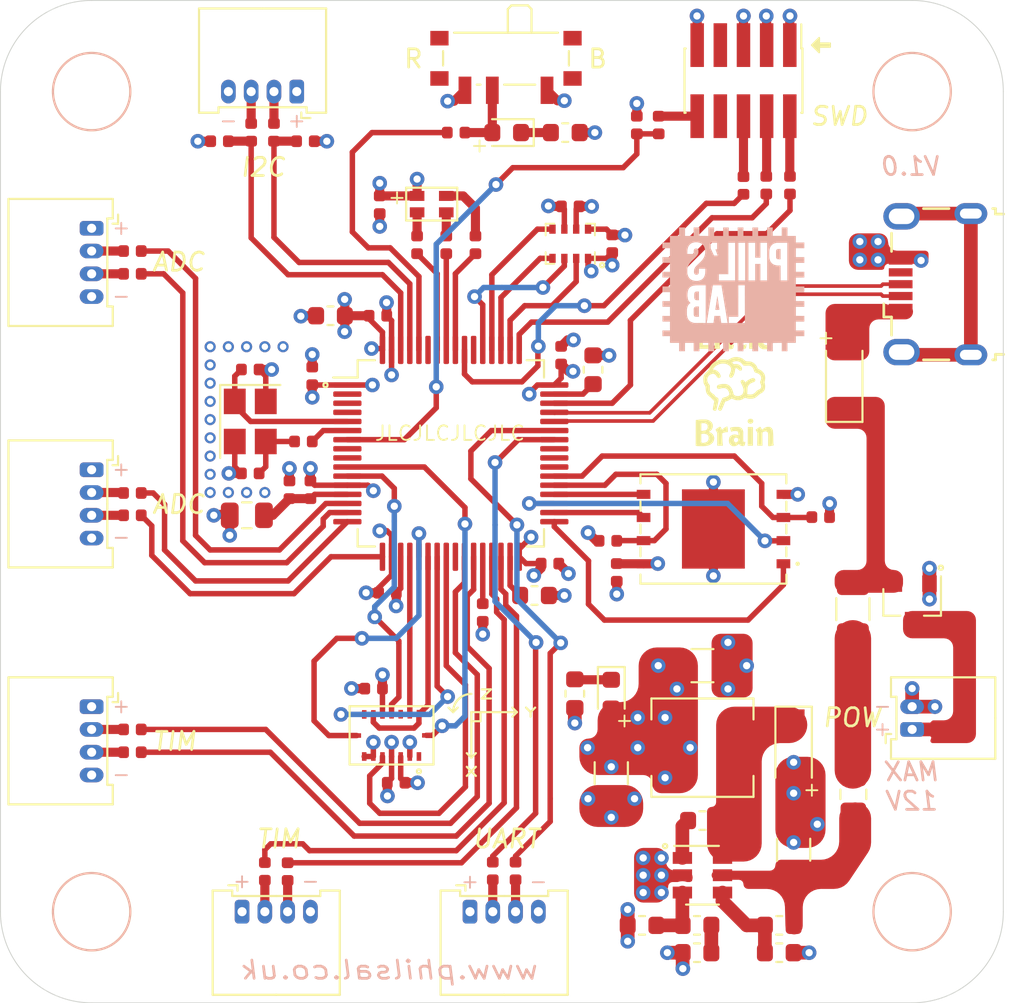
<source format=kicad_pcb>
(kicad_pcb (version 20171130) (host pcbnew "(5.1.5)-3")
  (layers (0 F.Cu signal) (1 In1.Cu power hide) (2 In2.Cu power hide) (31 B.Cu signal) (34 B.Paste user) (35 F.Paste user) (36 B.SilkS user) (37 F.SilkS user) (38 B.Mask user) (39 F.Mask user) (44 Edge.Cuts user))
  (net 0 "")
  (net 1 "Net-(C100-Pad1)")
  (net 2 GND)
  (net 3 "Net-(C101-Pad2)")
  (net 4 "Net-(C101-Pad1)")
  (net 5 +3V3)
  (net 6 +3.3VA)
  (net 7 "Net-(C208-Pad1)")
  (net 8 "Net-(C209-Pad1)")
  (net 9 HSE_IN)
  (net 10 "Net-(C211-Pad1)")
  (net 11 NRST)
  (net 12 "Net-(D100-Pad1)")
  (net 13 +5V)
  (net 14 "Net-(D102-Pad1)")
  (net 15 "Net-(D200-Pad1)")
  (net 16 "Net-(D200-Pad2)")
  (net 17 "Net-(D201-Pad3)")
  (net 18 "Net-(D201-Pad1)")
  (net 19 "Net-(D201-Pad2)")
  (net 20 "Net-(F100-Pad1)")
  (net 21 VCC)
  (net 22 "Net-(J401-Pad2)")
  (net 23 "Net-(J401-Pad4)")
  (net 24 "Net-(J401-Pad6)")
  (net 25 "Net-(J401-Pad10)")
  (net 26 "Net-(J402-Pad6)")
  (net 27 "Net-(J403-Pad2)")
  (net 28 "Net-(J403-Pad3)")
  (net 29 "Net-(J404-Pad3)")
  (net 30 "Net-(J404-Pad2)")
  (net 31 "Net-(J405-Pad3)")
  (net 32 "Net-(J405-Pad2)")
  (net 33 "Net-(J406-Pad2)")
  (net 34 "Net-(J406-Pad3)")
  (net 35 "Net-(J407-Pad3)")
  (net 36 "Net-(J407-Pad2)")
  (net 37 "Net-(J408-Pad2)")
  (net 38 "Net-(J408-Pad3)")
  (net 39 "Net-(R100-Pad2)")
  (net 40 "Net-(R102-Pad2)")
  (net 41 "Net-(R103-Pad2)")
  (net 42 HSE_OUT)
  (net 43 BOOT0)
  (net 44 BOOT1)
  (net 45 I2C1_SCL)
  (net 46 I2C1_SDA)
  (net 47 TIM3_CH1)
  (net 48 TIM3_CH2)
  (net 49 TIM4_CH1)
  (net 50 FLASH_!WP)
  (net 51 FLASH_!HOLD)
  (net 52 SWDIO)
  (net 53 SWCLK)
  (net 54 SWO)
  (net 55 USART1_TX)
  (net 56 USART1_RX)
  (net 57 TIM2_CH3)
  (net 58 TIM2_CH4)
  (net 59 TIM3_CH3)
  (net 60 TIM3_CH4)
  (net 61 ADC1_IN0)
  (net 62 ADC1_IN1)
  (net 63 ADC1_IN2)
  (net 64 ADC1_IN3)
  (net 65 INT_ACC)
  (net 66 INT_GYR)
  (net 67 SPI1_!CS_ACC)
  (net 68 SPI1_SCK)
  (net 69 SPI1_MISO)
  (net 70 SPI1_MOSI)
  (net 71 SPI1_!CS_GYR)
  (net 72 SPI2_!CS)
  (net 73 SPI2_SCK)
  (net 74 SPI2_MISO)
  (net 75 SPI2_MOSI)
  (net 76 USB_D-)
  (net 77 USB_D+)
  (net 78 SPI3_!CS)
  (net 79 SPI3_SCK)
  (net 80 SPI3_MISO)
  (net 81 SPI3_MOSI)
  (module Connector_USB:USB_Micro-B_Wuerth_629105150521 (layer F.Cu) (at 178.77 41.32 90)
    (fp_text reference J402)
    (fp_text value USB_B_Micro)
    (pad "" np_thru_hole oval (at 2.5 -0.8 90) (size 0.8 0.8) (drill 0.8) (layers *.Cu *.Mask))
    (pad "" np_thru_hole oval (at -2.5 -0.8 90) (size 0.8 0.8) (drill 0.8) (layers *.Cu *.Mask))
    (pad 6 thru_hole oval (at 3.875 1.95 90) (size 1.15 1.8) (drill oval 0.55 1.2) (layers *.Cu *.Mask) (net 26 "Net-(J402-Pad6)"))
    (pad 6 thru_hole oval (at -3.875 1.95 90) (size 1.15 1.8) (drill oval 0.55 1.2) (layers *.Cu *.Mask) (net 26 "Net-(J402-Pad6)"))
    (pad 6 thru_hole oval (at 3.725 -1.85 90) (size 1.45 2) (drill oval 0.85 1.4) (layers *.Cu *.Mask) (net 26 "Net-(J402-Pad6)"))
    (pad 6 thru_hole oval (at -3.725 -1.85 90) (size 1.45 2) (drill oval 0.85 1.4) (layers *.Cu *.Mask) (net 26 "Net-(J402-Pad6)"))
    (pad 5 smd rect (at 1.3 -1.9 90) (size 0.45 1.3) (layers F.Cu F.Paste F.Mask) (net 2 GND))
    (pad 4 smd rect (at 0.65 -1.9 90) (size 0.45 1.3) (layers F.Cu F.Paste F.Mask))
    (pad 3 smd rect (at 0 -1.9 90) (size 0.45 1.3) (layers F.Cu F.Paste F.Mask) (net 77 USB_D+))
    (pad 2 smd rect (at -0.65 -1.9 90) (size 0.45 1.3) (layers F.Cu F.Paste F.Mask) (net 76 USB_D-))
    (pad 1 smd rect (at -1.3 -1.9 90) (size 0.45 1.3) (layers F.Cu F.Paste F.Mask) (net 13 +5V))
  )
  (module SchmillipKiCADLibrary:Silk_PhilsLabICSmall (layer B.Cu) (at 167.625 41.575 180)
    (fp_text reference G*** hide)
    (fp_text value LOGO hide)
  )
  (module SchmillipKiCADLibrary:JLCPCB_MountingHole_1.152mm (layer F.Cu) (at 132.5 34.25)
    (fp_text reference REF**)
    (fp_text value MountingHole_1.152mm)
    (pad "" np_thru_hole circle (at 0 0) (size 1.152 1.152) (drill 1.152) (layers *.Cu *.Mask))
  )
  (module SchmillipKiCADLibrary:JLCPCB_MountingHole_1.152mm (layer F.Cu) (at 177.5 72.25)
    (fp_text reference REF**)
    (fp_text value MountingHole_1.152mm)
    (pad "" np_thru_hole circle (at 0 0) (size 1.152 1.152) (drill 1.152) (layers *.Cu *.Mask))
  )
  (module Silk:LittleBrainSilk (layer F.Cu) (at 167.775 46.775)
    (fp_text reference G*** hide)
    (fp_text value LOGO hide)
  )
  (module RGB_LED:19-237-R6GHBHC-A01-2T (layer F.Cu) (at 151.15 36.925 180)
    (fp_text reference D201)
    (fp_text value 19-237/R6GHBHC-A01/2T)
    (fp_text user + (at 1.9 0.4) (layer F.SilkS) (effects (font (size 0.8 0.8) (thickness 0.1))))
    (pad 3 smd rect (at 0.8 -0.45 180) (size 0.8 0.55) (layers F.Cu F.Paste F.Mask) (net 17 "Net-(D201-Pad3)"))
    (pad 4 smd rect (at 0.8 0.45 180) (size 0.8 0.55) (layers F.Cu F.Paste F.Mask) (net 5 +3V3))
    (pad 1 smd rect (at -0.8 0.45 180) (size 0.8 0.55) (layers F.Cu F.Paste F.Mask) (net 18 "Net-(D201-Pad1)"))
    (pad 2 smd rect (at -0.8 -0.45 180) (size 0.8 0.55) (layers F.Cu F.Paste F.Mask) (net 19 "Net-(D201-Pad2)"))
  )
  (module WinbondFlash:W25N01GVZEIG (layer F.Cu) (at 166.6 54.75 180)
    (fp_text reference U201)
    (fp_text value W25N01GVZEIG)
    (pad 9 smd rect (at 0 0 180) (size 3.45 4.35) (layers F.Cu F.Paste F.Mask) (net 2 GND))
    (pad 5 smd rect (at 3.83 1.9 180) (size 0.75 0.5) (layers F.Cu F.Paste F.Mask) (net 75 SPI2_MOSI))
    (pad 6 smd rect (at 3.83 0.63 180) (size 0.75 0.5) (layers F.Cu F.Paste F.Mask) (net 73 SPI2_SCK))
    (pad 8 smd rect (at 3.83 -1.91 180) (size 0.75 0.5) (layers F.Cu F.Paste F.Mask) (net 5 +3V3))
    (pad 7 smd rect (at 3.83 -0.64 180) (size 0.75 0.5) (layers F.Cu F.Paste F.Mask) (net 51 FLASH_!HOLD))
    (pad 1 smd rect (at -3.84 -1.91 180) (size 0.75 0.5) (layers F.Cu F.Paste F.Mask) (net 72 SPI2_!CS))
    (pad 2 smd rect (at -3.84 -0.64 180) (size 0.75 0.5) (layers F.Cu F.Paste F.Mask) (net 74 SPI2_MISO))
    (pad 4 smd rect (at -3.84 1.9 180) (size 0.75 0.5) (layers F.Cu F.Paste F.Mask) (net 2 GND))
    (pad 3 smd rect (at -3.84 0.63 180) (size 0.75 0.5) (layers F.Cu F.Paste F.Mask) (net 50 FLASH_!WP))
  )
  (module BMI088:BMI088 (layer F.Cu) (at 148.95 66.075 180)
    (fp_text reference U301)
    (fp_text value BMI088)
    (pad 8 smd rect (at 1.91 -0.01 270) (size 0.25 0.475) (layers F.Cu F.Paste F.Mask) (net 68 SPI1_SCK))
    (pad 16 smd rect (at -1.91 0 270) (size 0.25 0.475) (layers F.Cu F.Paste F.Mask) (net 65 INT_ACC))
    (pad 9 smd rect (at 1.5 1.15 180) (size 0.25 0.475) (layers F.Cu F.Paste F.Mask) (net 70 SPI1_MOSI))
    (pad 10 smd rect (at 1 1.15 180) (size 0.25 0.475) (layers F.Cu F.Paste F.Mask) (net 69 SPI1_MISO))
    (pad 11 smd rect (at 0.5 1.15 180) (size 0.25 0.475) (layers F.Cu F.Paste F.Mask) (net 5 +3V3))
    (pad 12 smd rect (at 0 1.16 180) (size 0.25 0.475) (layers F.Cu F.Paste F.Mask) (net 66 INT_GYR))
    (pad 13 smd rect (at -0.5 1.16 180) (size 0.25 0.475) (layers F.Cu F.Paste F.Mask))
    (pad 14 smd rect (at -1 1.16 180) (size 0.25 0.475) (layers F.Cu F.Paste F.Mask) (net 67 SPI1_!CS_ACC))
    (pad 15 smd rect (at -1.5 1.16 180) (size 0.25 0.475) (layers F.Cu F.Paste F.Mask) (net 69 SPI1_MISO))
    (pad 1 smd rect (at -1.5 -1.16 180) (size 0.25 0.475) (layers F.Cu F.Paste F.Mask))
    (pad 2 smd rect (at -1 -1.16 180) (size 0.25 0.475) (layers F.Cu F.Paste F.Mask) (net 2 GND))
    (pad 3 smd rect (at -0.5 -1.16 180) (size 0.25 0.475) (layers F.Cu F.Paste F.Mask) (net 5 +3V3))
    (pad 7 smd rect (at 1.5 -1.16 180) (size 0.25 0.475) (layers F.Cu F.Paste F.Mask) (net 2 GND))
    (pad 6 smd rect (at 1 -1.16 180) (size 0.25 0.475) (layers F.Cu F.Paste F.Mask) (net 2 GND))
    (pad 5 smd rect (at 0.5 -1.16 180) (size 0.25 0.475) (layers F.Cu F.Paste F.Mask) (net 71 SPI1_!CS_GYR))
    (pad 4 smd rect (at 0 -1.16 180) (size 0.25 0.475) (layers F.Cu F.Paste F.Mask) (net 2 GND))
  )
  (module Resistor_SMD:R_0402_1005Metric (layer F.Cu) (at 150.35 39.16 270)
    (fp_text reference R208)
    (fp_text value 1k)
    (pad 2 smd roundrect (at 0.485 0 270) (size 0.59 0.64) (layers F.Cu F.Paste F.Mask) (net 49 TIM4_CH1))
    (pad 1 smd roundrect (at -0.485 0 270) (size 0.59 0.64) (layers F.Cu F.Paste F.Mask) (net 17 "Net-(D201-Pad3)"))
  )
  (module Resistor_SMD:R_0402_1005Metric (layer F.Cu) (at 151.95 39.16 270)
    (fp_text reference R207)
    (fp_text value 1k)
    (pad 2 smd roundrect (at 0.485 0 270) (size 0.59 0.64) (layers F.Cu F.Paste F.Mask) (net 48 TIM3_CH2))
    (pad 1 smd roundrect (at -0.485 0 270) (size 0.59 0.64) (layers F.Cu F.Paste F.Mask) (net 19 "Net-(D201-Pad2)"))
  )
  (module Resistor_SMD:R_0402_1005Metric (layer F.Cu) (at 153.55 39.16 270)
    (fp_text reference R206)
    (fp_text value 1k)
    (pad 2 smd roundrect (at 0.485 0 270) (size 0.59 0.64) (layers F.Cu F.Paste F.Mask) (net 47 TIM3_CH1))
    (pad 1 smd roundrect (at -0.485 0 270) (size 0.59 0.64) (layers F.Cu F.Paste F.Mask) (net 18 "Net-(D201-Pad1)"))
  )
  (module MountingHole:MountingHole_3.2mm_M3 (layer F.Cu) (at 177.5 75.75)
    (fp_text reference H4)
    (fp_text value MountingHole)
    (pad 1 np_thru_hole circle (at 0 0) (size 3.2 3.2) (drill 3.2) (layers *.Cu *.Mask))
  )
  (module MountingHole:MountingHole_3.2mm_M3 (layer F.Cu) (at 177.5 30.75)
    (fp_text reference H3)
    (fp_text value MountingHole)
    (pad 1 np_thru_hole circle (at 0 0) (size 3.2 3.2) (drill 3.2) (layers *.Cu *.Mask))
  )
  (module MountingHole:MountingHole_3.2mm_M3 (layer F.Cu) (at 132.5 30.75)
    (fp_text reference H2)
    (fp_text value MountingHole)
    (pad 1 np_thru_hole circle (at 0 0) (size 3.2 3.2) (drill 3.2) (layers *.Cu *.Mask))
  )
  (module MountingHole:MountingHole_3.2mm_M3 (layer F.Cu) (at 132.5 75.75)
    (fp_text reference H1)
    (fp_text value MountingHole)
    (pad 1 np_thru_hole circle (at 0 0) (size 3.2 3.2) (drill 3.2) (layers *.Cu *.Mask))
  )
  (module Capacitor_SMD:C_1206_3216Metric (layer F.Cu) (at 171 72.35 90)
    (fp_text reference C100)
    (fp_text value 10u)
    (pad 1 smd roundrect (at -1.4 0 90) (size 1.25 1.75) (layers F.Cu F.Paste F.Mask) (roundrect_rratio 0.2) (net 1 "Net-(C100-Pad1)"))
    (pad 2 smd roundrect (at 1.4 0 90) (size 1.25 1.75) (layers F.Cu F.Paste F.Mask) (roundrect_rratio 0.2) (net 2 GND))
  )
  (module Capacitor_SMD:C_0603_1608Metric (layer F.Cu) (at 166 70.75 180)
    (fp_text reference C101)
    (fp_text value 10n)
    (pad 2 smd roundrect (at 0.7875 0 180) (size 0.875 0.95) (layers F.Cu F.Paste F.Mask) (net 3 "Net-(C101-Pad2)"))
    (pad 1 smd roundrect (at -0.7875 0 180) (size 0.875 0.95) (layers F.Cu F.Paste F.Mask) (net 4 "Net-(C101-Pad1)"))
  )
  (module Capacitor_SMD:C_1206_3216Metric (layer F.Cu) (at 161 68.15 270)
    (fp_text reference C102)
    (fp_text value 10u)
    (pad 1 smd roundrect (at -1.4 0 270) (size 1.25 1.75) (layers F.Cu F.Paste F.Mask) (roundrect_rratio 0.2) (net 5 +3V3))
    (pad 2 smd roundrect (at 1.4 0 270) (size 1.25 1.75) (layers F.Cu F.Paste F.Mask) (roundrect_rratio 0.2) (net 2 GND))
  )
  (module Capacitor_SMD:C_1206_3216Metric (layer F.Cu) (at 166 62.25)
    (fp_text reference C103)
    (fp_text value 10u)
    (pad 2 smd roundrect (at 1.4 0) (size 1.25 1.75) (layers F.Cu F.Paste F.Mask) (roundrect_rratio 0.2) (net 2 GND))
    (pad 1 smd roundrect (at -1.4 0) (size 1.25 1.75) (layers F.Cu F.Paste F.Mask) (roundrect_rratio 0.2) (net 5 +3V3))
  )
  (module Capacitor_SMD:C_0603_1608Metric (layer F.Cu) (at 145.6 43.05 180)
    (fp_text reference C200)
    (fp_text value 4u7)
    (pad 1 smd roundrect (at -0.7875 0 180) (size 0.875 0.95) (layers F.Cu F.Paste F.Mask) (net 5 +3V3))
    (pad 2 smd roundrect (at 0.7875 0 180) (size 0.875 0.95) (layers F.Cu F.Paste F.Mask) (net 2 GND))
  )
  (module Capacitor_SMD:C_0402_1005Metric (layer F.Cu) (at 144.6 46.35 90)
    (fp_text reference C201)
    (fp_text value 100n)
    (pad 2 smd roundrect (at 0.485 0 90) (size 0.59 0.64) (layers F.Cu F.Paste F.Mask) (net 2 GND))
    (pad 1 smd roundrect (at -0.485 0 90) (size 0.59 0.64) (layers F.Cu F.Paste F.Mask) (net 5 +3V3))
  )
  (module Capacitor_SMD:C_0402_1005Metric (layer F.Cu) (at 148.725 58.25 180)
    (fp_text reference C202)
    (fp_text value 100n)
    (pad 1 smd roundrect (at -0.485 0 180) (size 0.59 0.64) (layers F.Cu F.Paste F.Mask) (net 5 +3V3))
    (pad 2 smd roundrect (at 0.485 0 180) (size 0.59 0.64) (layers F.Cu F.Paste F.Mask) (net 2 GND))
  )
  (module Capacitor_SMD:C_0402_1005Metric (layer F.Cu) (at 157.635 56.65)
    (fp_text reference C203)
    (fp_text value 100n)
    (pad 2 smd roundrect (at 0.485 0) (size 0.59 0.64) (layers F.Cu F.Paste F.Mask) (net 2 GND))
    (pad 1 smd roundrect (at -0.485 0) (size 0.59 0.64) (layers F.Cu F.Paste F.Mask) (net 5 +3V3))
  )
  (module Capacitor_SMD:C_0402_1005Metric (layer F.Cu) (at 158.25 45.215 90)
    (fp_text reference C204)
    (fp_text value 100n)
    (pad 1 smd roundrect (at -0.485 0 90) (size 0.59 0.64) (layers F.Cu F.Paste F.Mask) (net 5 +3V3))
    (pad 2 smd roundrect (at 0.485 0 90) (size 0.59 0.64) (layers F.Cu F.Paste F.Mask) (net 2 GND))
  )
  (module Capacitor_SMD:C_0402_1005Metric (layer F.Cu) (at 148.2 43.05)
    (fp_text reference C205)
    (fp_text value 100n)
    (pad 2 smd roundrect (at 0.485 0) (size 0.59 0.64) (layers F.Cu F.Paste F.Mask) (net 2 GND))
    (pad 1 smd roundrect (at -0.485 0) (size 0.59 0.64) (layers F.Cu F.Paste F.Mask) (net 5 +3V3))
  )
  (module Capacitor_SMD:C_0402_1005Metric (layer F.Cu) (at 143.35 52.6 90)
    (fp_text reference C206)
    (fp_text value 1u)
    (pad 2 smd roundrect (at 0.485 0 90) (size 0.59 0.64) (layers F.Cu F.Paste F.Mask) (net 2 GND))
    (pad 1 smd roundrect (at -0.485 0 90) (size 0.59 0.64) (layers F.Cu F.Paste F.Mask) (net 6 +3.3VA))
  )
  (module Capacitor_SMD:C_0402_1005Metric (layer F.Cu) (at 144.5 52.6 90)
    (fp_text reference C207)
    (fp_text value 10n)
    (pad 1 smd roundrect (at -0.485 0 90) (size 0.59 0.64) (layers F.Cu F.Paste F.Mask) (net 6 +3.3VA))
    (pad 2 smd roundrect (at 0.485 0 90) (size 0.59 0.64) (layers F.Cu F.Paste F.Mask) (net 2 GND))
  )
  (module Capacitor_SMD:C_0603_1608Metric (layer F.Cu) (at 156.7875 58.4)
    (fp_text reference C208)
    (fp_text value 2u2)
    (pad 2 smd roundrect (at 0.7875 0) (size 0.875 0.95) (layers F.Cu F.Paste F.Mask) (net 2 GND))
    (pad 1 smd roundrect (at -0.7875 0) (size 0.875 0.95) (layers F.Cu F.Paste F.Mask) (net 7 "Net-(C208-Pad1)"))
  )
  (module Capacitor_SMD:C_0603_1608Metric (layer F.Cu) (at 160 46.0125 90)
    (fp_text reference C209)
    (fp_text value 2u2)
    (pad 1 smd roundrect (at -0.7875 0 90) (size 0.875 0.95) (layers F.Cu F.Paste F.Mask) (net 8 "Net-(C209-Pad1)"))
    (pad 2 smd roundrect (at 0.7875 0 90) (size 0.875 0.95) (layers F.Cu F.Paste F.Mask) (net 2 GND))
  )
  (module Capacitor_SMD:C_0402_1005Metric (layer F.Cu) (at 141.2 46)
    (fp_text reference C210)
    (fp_text value 12p)
    (pad 2 smd roundrect (at 0.485 0) (size 0.59 0.64) (layers F.Cu F.Paste F.Mask) (net 2 GND))
    (pad 1 smd roundrect (at -0.485 0) (size 0.59 0.64) (layers F.Cu F.Paste F.Mask) (net 9 HSE_IN))
  )
  (module Capacitor_SMD:C_0402_1005Metric (layer F.Cu) (at 141.2 51.7 180)
    (fp_text reference C211)
    (fp_text value 12p)
    (pad 1 smd roundrect (at -0.485 0 180) (size 0.59 0.64) (layers F.Cu F.Paste F.Mask) (net 10 "Net-(C211-Pad1)"))
    (pad 2 smd roundrect (at 0.485 0 180) (size 0.59 0.64) (layers F.Cu F.Paste F.Mask) (net 2 GND))
  )
  (module Capacitor_SMD:C_0402_1005Metric (layer F.Cu) (at 148.3 36.96 270)
    (fp_text reference C212)
    (fp_text value 100n)
    (pad 1 smd roundrect (at -0.485 0 270) (size 0.59 0.64) (layers F.Cu F.Paste F.Mask) (net 5 +3V3))
    (pad 2 smd roundrect (at 0.485 0 270) (size 0.59 0.64) (layers F.Cu F.Paste F.Mask) (net 2 GND))
  )
  (module Capacitor_SMD:C_0402_1005Metric (layer F.Cu) (at 161.3 57.135 270)
    (fp_text reference C213)
    (fp_text value 100n)
    (pad 1 smd roundrect (at -0.485 0 270) (size 0.59 0.64) (layers F.Cu F.Paste F.Mask) (net 5 +3V3))
    (pad 2 smd roundrect (at 0.485 0 270) (size 0.59 0.64) (layers F.Cu F.Paste F.Mask) (net 2 GND))
  )
  (module Capacitor_SMD:C_0402_1005Metric (layer F.Cu) (at 158.75 37.05)
    (fp_text reference C300)
    (fp_text value 100n)
    (pad 1 smd roundrect (at -0.485 0) (size 0.59 0.64) (layers F.Cu F.Paste F.Mask) (net 5 +3V3))
    (pad 2 smd roundrect (at 0.485 0) (size 0.59 0.64) (layers F.Cu F.Paste F.Mask) (net 2 GND))
  )
  (module Capacitor_SMD:C_0402_1005Metric (layer F.Cu) (at 161.05 39.1 270)
    (fp_text reference C301)
    (fp_text value 100n)
    (pad 2 smd roundrect (at 0.485 0 270) (size 0.59 0.64) (layers F.Cu F.Paste F.Mask) (net 2 GND))
    (pad 1 smd roundrect (at -0.485 0 270) (size 0.59 0.64) (layers F.Cu F.Paste F.Mask) (net 5 +3V3))
  )
  (module Capacitor_SMD:C_0402_1005Metric (layer F.Cu) (at 149.2 68.675 180)
    (fp_text reference C302)
    (fp_text value 100n)
    (pad 2 smd roundrect (at 0.485 0 180) (size 0.59 0.64) (layers F.Cu F.Paste F.Mask) (net 2 GND))
    (pad 1 smd roundrect (at -0.485 0 180) (size 0.59 0.64) (layers F.Cu F.Paste F.Mask) (net 5 +3V3))
  )
  (module Capacitor_SMD:C_0402_1005Metric (layer F.Cu) (at 147.965 63.51 180)
    (fp_text reference C303)
    (fp_text value 100n)
    (pad 1 smd roundrect (at -0.485 0 180) (size 0.59 0.64) (layers F.Cu F.Paste F.Mask) (net 5 +3V3))
    (pad 2 smd roundrect (at 0.485 0 180) (size 0.59 0.64) (layers F.Cu F.Paste F.Mask) (net 2 GND))
  )
  (module Capacitor_SMD:C_0402_1005Metric (layer F.Cu) (at 162.4 32.585 90)
    (fp_text reference C400)
    (fp_text value 100n)
    (pad 2 smd roundrect (at 0.485 0 90) (size 0.59 0.64) (layers F.Cu F.Paste F.Mask) (net 2 GND))
    (pad 1 smd roundrect (at -0.485 0 90) (size 0.59 0.64) (layers F.Cu F.Paste F.Mask) (net 11 NRST))
  )
  (module Diode_SMD:D_SOD-123 (layer F.Cu) (at 173.775 46.625 90)
    (fp_text reference D100)
    (fp_text value B5819W)
    (pad 1 smd rect (at -1.65 0 90) (size 0.9 1.2) (layers F.Cu F.Paste F.Mask) (net 12 "Net-(D100-Pad1)"))
    (pad 2 smd rect (at 1.65 0 90) (size 0.9 1.2) (layers F.Cu F.Paste F.Mask) (net 13 +5V))
  )
  (module Diode_SMD:D_SOD-123 (layer F.Cu) (at 171 66.75 270)
    (fp_text reference D101)
    (fp_text value B5819W)
    (pad 2 smd rect (at 1.65 0 270) (size 0.9 1.2) (layers F.Cu F.Paste F.Mask) (net 2 GND))
    (pad 1 smd rect (at -1.65 0 270) (size 0.9 1.2) (layers F.Cu F.Paste F.Mask) (net 4 "Net-(C101-Pad1)"))
  )
  (module LED_SMD:LED_0603_1608Metric (layer F.Cu) (at 161 63.8125 270)
    (fp_text reference D102)
    (fp_text value GREEN)
    (pad 2 smd roundrect (at 0.7875 0 270) (size 0.875 0.95) (layers F.Cu F.Paste F.Mask) (net 5 +3V3))
    (pad 1 smd roundrect (at -0.7875 0 270) (size 0.875 0.95) (layers F.Cu F.Paste F.Mask) (net 14 "Net-(D102-Pad1)"))
  )
  (module LED_SMD:LED_0603_1608Metric (layer F.Cu) (at 155.2625 33 180)
    (fp_text reference D200)
    (fp_text value RED)
    (pad 1 smd roundrect (at -0.7875 0 180) (size 0.875 0.95) (layers F.Cu F.Paste F.Mask) (net 15 "Net-(D200-Pad1)"))
    (pad 2 smd roundrect (at 0.7875 0 180) (size 0.875 0.95) (layers F.Cu F.Paste F.Mask) (net 16 "Net-(D200-Pad2)"))
  )
  (module Fuse:Fuse_1206_3216Metric (layer F.Cu) (at 174.25 59.15 90)
    (fp_text reference F100)
    (fp_text value 250mA)
    (pad 1 smd roundrect (at -1.4 0 90) (size 1.25 1.75) (layers F.Cu F.Paste F.Mask) (roundrect_rratio 0.2) (net 20 "Net-(F100-Pad1)"))
    (pad 2 smd roundrect (at 1.4 0 90) (size 1.25 1.75) (layers F.Cu F.Paste F.Mask) (roundrect_rratio 0.2) (net 12 "Net-(D100-Pad1)"))
  )
  (module Inductor_SMD:L_0805_2012Metric (layer F.Cu) (at 174.275 69.3125 90)
    (fp_text reference FB100)
    (fp_text value "600 @ 600 MHz")
    (pad 1 smd roundrect (at -0.9375 0 90) (size 0.975 1.4) (layers F.Cu F.Paste F.Mask) (net 1 "Net-(C100-Pad1)"))
    (pad 2 smd roundrect (at 0.9375 0 90) (size 0.975 1.4) (layers F.Cu F.Paste F.Mask) (net 20 "Net-(F100-Pad1)"))
  )
  (module Inductor_SMD:L_0805_2012Metric (layer F.Cu) (at 141.0125 54 180)
    (fp_text reference FB200)
    (fp_text value "600 @ 600 MHz")
    (pad 2 smd roundrect (at 0.9375 0 180) (size 0.975 1.4) (layers F.Cu F.Paste F.Mask) (net 5 +3V3))
    (pad 1 smd roundrect (at -0.9375 0 180) (size 0.975 1.4) (layers F.Cu F.Paste F.Mask) (net 6 +3.3VA))
  )
  (module Connector_Molex:Molex_PicoBlade_53048-0210_1x02_P1.25mm_Horizontal (layer F.Cu) (at 177.5 65.75 90)
    (fp_text reference J400)
    (fp_text value Conn_01x02)
    (pad 1 thru_hole roundrect (at 0 0 90) (size 0.8 1.3) (drill 0.5) (layers *.Cu *.Mask) (net 21 VCC))
    (pad 2 thru_hole oval (at 1.25 0 90) (size 0.8 1.3) (drill 0.5) (layers *.Cu *.Mask) (net 2 GND))
  )
  (module Connector_PinHeader_1.27mm:PinHeader_2x05_P1.27mm_Vertical_SMD (layer F.Cu) (at 168.25 30.15 270)
    (fp_text reference J401)
    (fp_text value SWD)
    (pad 1 smd rect (at -1.95 -2.54 270) (size 2.4 0.74) (layers F.Cu F.Paste F.Mask) (net 5 +3V3))
    (pad 2 smd rect (at 1.95 -2.54 270) (size 2.4 0.74) (layers F.Cu F.Paste F.Mask) (net 22 "Net-(J401-Pad2)"))
    (pad 3 smd rect (at -1.95 -1.27 270) (size 2.4 0.74) (layers F.Cu F.Paste F.Mask) (net 2 GND))
    (pad 4 smd rect (at 1.95 -1.27 270) (size 2.4 0.74) (layers F.Cu F.Paste F.Mask) (net 23 "Net-(J401-Pad4)"))
    (pad 5 smd rect (at -1.95 0 270) (size 2.4 0.74) (layers F.Cu F.Paste F.Mask) (net 2 GND))
    (pad 6 smd rect (at 1.95 0 270) (size 2.4 0.74) (layers F.Cu F.Paste F.Mask) (net 24 "Net-(J401-Pad6)"))
    (pad 7 smd rect (at -1.95 1.27 270) (size 2.4 0.74) (layers F.Cu F.Paste F.Mask))
    (pad 8 smd rect (at 1.95 1.27 270) (size 2.4 0.74) (layers F.Cu F.Paste F.Mask))
    (pad 9 smd rect (at -1.95 2.54 270) (size 2.4 0.74) (layers F.Cu F.Paste F.Mask) (net 2 GND))
    (pad 10 smd rect (at 1.95 2.54 270) (size 2.4 0.74) (layers F.Cu F.Paste F.Mask) (net 25 "Net-(J401-Pad10)"))
  )
  (module Connector_Molex:Molex_PicoBlade_53048-0410_1x04_P1.25mm_Horizontal (layer F.Cu) (at 143.75 30.75 180)
    (fp_text reference J403)
    (fp_text value Conn_01x04)
    (pad 1 thru_hole roundrect (at 0 0 180) (size 0.8 1.3) (drill 0.5) (layers *.Cu *.Mask) (net 5 +3V3))
    (pad 2 thru_hole oval (at 1.25 0 180) (size 0.8 1.3) (drill 0.5) (layers *.Cu *.Mask) (net 27 "Net-(J403-Pad2)"))
    (pad 3 thru_hole oval (at 2.5 0 180) (size 0.8 1.3) (drill 0.5) (layers *.Cu *.Mask) (net 28 "Net-(J403-Pad3)"))
    (pad 4 thru_hole oval (at 3.75 0 180) (size 0.8 1.3) (drill 0.5) (layers *.Cu *.Mask) (net 2 GND))
  )
  (module Connector_Molex:Molex_PicoBlade_53048-0410_1x04_P1.25mm_Horizontal (layer F.Cu) (at 153.25 75.75)
    (fp_text reference J404)
    (fp_text value Conn_01x04)
    (pad 4 thru_hole oval (at 3.75 0) (size 0.8 1.3) (drill 0.5) (layers *.Cu *.Mask) (net 2 GND))
    (pad 3 thru_hole oval (at 2.5 0) (size 0.8 1.3) (drill 0.5) (layers *.Cu *.Mask) (net 29 "Net-(J404-Pad3)"))
    (pad 2 thru_hole oval (at 1.25 0) (size 0.8 1.3) (drill 0.5) (layers *.Cu *.Mask) (net 30 "Net-(J404-Pad2)"))
    (pad 1 thru_hole roundrect (at 0 0) (size 0.8 1.3) (drill 0.5) (layers *.Cu *.Mask) (net 5 +3V3))
  )
  (module Connector_Molex:Molex_PicoBlade_53048-0410_1x04_P1.25mm_Horizontal (layer F.Cu) (at 140.75 75.75)
    (fp_text reference J405)
    (fp_text value Conn_01x04)
    (pad 4 thru_hole oval (at 3.75 0) (size 0.8 1.3) (drill 0.5) (layers *.Cu *.Mask) (net 2 GND))
    (pad 3 thru_hole oval (at 2.5 0) (size 0.8 1.3) (drill 0.5) (layers *.Cu *.Mask) (net 31 "Net-(J405-Pad3)"))
    (pad 2 thru_hole oval (at 1.25 0) (size 0.8 1.3) (drill 0.5) (layers *.Cu *.Mask) (net 32 "Net-(J405-Pad2)"))
    (pad 1 thru_hole roundrect (at 0 0) (size 0.8 1.3) (drill 0.5) (layers *.Cu *.Mask) (net 5 +3V3))
  )
  (module Connector_Molex:Molex_PicoBlade_53048-0410_1x04_P1.25mm_Horizontal (layer F.Cu) (at 132.5 64.5 270)
    (fp_text reference J406)
    (fp_text value Conn_01x04)
    (pad 1 thru_hole roundrect (at 0 0 270) (size 0.8 1.3) (drill 0.5) (layers *.Cu *.Mask) (net 5 +3V3))
    (pad 2 thru_hole oval (at 1.25 0 270) (size 0.8 1.3) (drill 0.5) (layers *.Cu *.Mask) (net 33 "Net-(J406-Pad2)"))
    (pad 3 thru_hole oval (at 2.5 0 270) (size 0.8 1.3) (drill 0.5) (layers *.Cu *.Mask) (net 34 "Net-(J406-Pad3)"))
    (pad 4 thru_hole oval (at 3.75 0 270) (size 0.8 1.3) (drill 0.5) (layers *.Cu *.Mask) (net 2 GND))
  )
  (module Connector_Molex:Molex_PicoBlade_53048-0410_1x04_P1.25mm_Horizontal (layer F.Cu) (at 132.5 38.25 270)
    (fp_text reference J407)
    (fp_text value Conn_01x04)
    (pad 4 thru_hole oval (at 3.75 0 270) (size 0.8 1.3) (drill 0.5) (layers *.Cu *.Mask) (net 2 GND))
    (pad 3 thru_hole oval (at 2.5 0 270) (size 0.8 1.3) (drill 0.5) (layers *.Cu *.Mask) (net 35 "Net-(J407-Pad3)"))
    (pad 2 thru_hole oval (at 1.25 0 270) (size 0.8 1.3) (drill 0.5) (layers *.Cu *.Mask) (net 36 "Net-(J407-Pad2)"))
    (pad 1 thru_hole roundrect (at 0 0 270) (size 0.8 1.3) (drill 0.5) (layers *.Cu *.Mask) (net 5 +3V3))
  )
  (module Connector_Molex:Molex_PicoBlade_53048-0410_1x04_P1.25mm_Horizontal (layer F.Cu) (at 132.5 51.5 270)
    (fp_text reference J408)
    (fp_text value Conn_01x04)
    (pad 1 thru_hole roundrect (at 0 0 270) (size 0.8 1.3) (drill 0.5) (layers *.Cu *.Mask) (net 5 +3V3))
    (pad 2 thru_hole oval (at 1.25 0 270) (size 0.8 1.3) (drill 0.5) (layers *.Cu *.Mask) (net 37 "Net-(J408-Pad2)"))
    (pad 3 thru_hole oval (at 2.5 0 270) (size 0.8 1.3) (drill 0.5) (layers *.Cu *.Mask) (net 38 "Net-(J408-Pad3)"))
    (pad 4 thru_hole oval (at 3.75 0 270) (size 0.8 1.3) (drill 0.5) (layers *.Cu *.Mask) (net 2 GND))
  )
  (module Inductor_SMD:L_Sunlord_MWSA0518_5.4x5.2mm (layer F.Cu) (at 166 66.75 180)
    (fp_text reference L101)
    (fp_text value 10u)
    (pad 1 smd rect (at -2.05 0 180) (size 1.9 2.5) (layers F.Cu F.Paste F.Mask) (net 4 "Net-(C101-Pad1)"))
    (pad 2 smd rect (at 2.05 0 180) (size 1.9 2.5) (layers F.Cu F.Paste F.Mask) (net 5 +3V3))
  )
  (module Package_TO_SOT_SMD:SOT-23 (layer F.Cu) (at 177.5 58.75 270)
    (fp_text reference Q100)
    (fp_text value AO3401A)
    (pad 1 smd rect (at -1 -0.95 270) (size 0.9 0.8) (layers F.Cu F.Paste F.Mask) (net 2 GND))
    (pad 2 smd rect (at -1 0.95 270) (size 0.9 0.8) (layers F.Cu F.Paste F.Mask) (net 12 "Net-(D100-Pad1)"))
    (pad 3 smd rect (at 1 0 270) (size 0.9 0.8) (layers F.Cu F.Paste F.Mask) (net 21 VCC))
  )
  (module Resistor_SMD:R_0603_1608Metric (layer F.Cu) (at 170.2125 76.5 180)
    (fp_text reference R100)
    (fp_text value 100k)
    (pad 1 smd roundrect (at -0.7875 0 180) (size 0.875 0.95) (layers F.Cu F.Paste F.Mask) (net 1 "Net-(C100-Pad1)"))
    (pad 2 smd roundrect (at 0.7875 0 180) (size 0.875 0.95) (layers F.Cu F.Paste F.Mask) (net 39 "Net-(R100-Pad2)"))
  )
  (module Resistor_SMD:R_0603_1608Metric (layer F.Cu) (at 170.2125 78)
    (fp_text reference R101)
    (fp_text value 68k)
    (pad 2 smd roundrect (at 0.7875 0) (size 0.875 0.95) (layers F.Cu F.Paste F.Mask) (net 2 GND))
    (pad 1 smd roundrect (at -0.7875 0) (size 0.875 0.95) (layers F.Cu F.Paste F.Mask) (net 39 "Net-(R100-Pad2)"))
  )
  (module Resistor_SMD:R_0603_1608Metric (layer F.Cu) (at 162.6875 76.5)
    (fp_text reference R102)
    (fp_text value 47k)
    (pad 2 smd roundrect (at 0.7875 0) (size 0.875 0.95) (layers F.Cu F.Paste F.Mask) (net 40 "Net-(R102-Pad2)"))
    (pad 1 smd roundrect (at -0.7875 0) (size 0.875 0.95) (layers F.Cu F.Paste F.Mask) (net 5 +3V3))
  )
  (module Resistor_SMD:R_0603_1608Metric (layer F.Cu) (at 165.7 76.5)
    (fp_text reference R103)
    (fp_text value 15k)
    (pad 1 smd roundrect (at -0.7875 0) (size 0.875 0.95) (layers F.Cu F.Paste F.Mask) (net 40 "Net-(R102-Pad2)"))
    (pad 2 smd roundrect (at 0.7875 0) (size 0.875 0.95) (layers F.Cu F.Paste F.Mask) (net 41 "Net-(R103-Pad2)"))
  )
  (module Resistor_SMD:R_0603_1608Metric (layer F.Cu) (at 165.7 78 180)
    (fp_text reference R104)
    (fp_text value 270)
    (pad 2 smd roundrect (at 0.7875 0 180) (size 0.875 0.95) (layers F.Cu F.Paste F.Mask) (net 2 GND))
    (pad 1 smd roundrect (at -0.7875 0 180) (size 0.875 0.95) (layers F.Cu F.Paste F.Mask) (net 41 "Net-(R103-Pad2)"))
  )
  (module Resistor_SMD:R_0603_1608Metric (layer F.Cu) (at 159 63.7875 270)
    (fp_text reference R105)
    (fp_text value 1k5)
    (pad 1 smd roundrect (at -0.7875 0 270) (size 0.875 0.95) (layers F.Cu F.Paste F.Mask) (net 14 "Net-(D102-Pad1)"))
    (pad 2 smd roundrect (at 0.7875 0 270) (size 0.875 0.95) (layers F.Cu F.Paste F.Mask) (net 2 GND))
  )
  (module Resistor_SMD:R_0402_1005Metric (layer F.Cu) (at 144.115 49.95 180)
    (fp_text reference R200)
    (fp_text value 47)
    (pad 2 smd roundrect (at 0.485 0 180) (size 0.59 0.64) (layers F.Cu F.Paste F.Mask) (net 10 "Net-(C211-Pad1)"))
    (pad 1 smd roundrect (at -0.485 0 180) (size 0.59 0.64) (layers F.Cu F.Paste F.Mask) (net 42 HSE_OUT))
  )
  (module Resistor_SMD:R_0402_1005Metric (layer F.Cu) (at 152.49 33 180)
    (fp_text reference R201)
    (fp_text value 10k)
    (pad 2 smd roundrect (at 0.485 0 180) (size 0.59 0.64) (layers F.Cu F.Paste F.Mask) (net 43 BOOT0))
    (pad 1 smd roundrect (at -0.485 0 180) (size 0.59 0.64) (layers F.Cu F.Paste F.Mask) (net 16 "Net-(D200-Pad2)"))
  )
  (module Resistor_SMD:R_0603_1608Metric (layer F.Cu) (at 158.475 33 180)
    (fp_text reference R202)
    (fp_text value 1k)
    (pad 1 smd roundrect (at -0.7875 0 180) (size 0.875 0.95) (layers F.Cu F.Paste F.Mask) (net 2 GND))
    (pad 2 smd roundrect (at 0.7875 0 180) (size 0.875 0.95) (layers F.Cu F.Paste F.Mask) (net 15 "Net-(D200-Pad1)"))
  )
  (module Resistor_SMD:R_0402_1005Metric (layer F.Cu) (at 153.95 59.335 270)
    (fp_text reference R203)
    (fp_text value 10k)
    (pad 1 smd roundrect (at -0.485 0 270) (size 0.59 0.64) (layers F.Cu F.Paste F.Mask) (net 44 BOOT1))
    (pad 2 smd roundrect (at 0.485 0 270) (size 0.59 0.64) (layers F.Cu F.Paste F.Mask) (net 2 GND))
  )
  (module Resistor_SMD:R_0402_1005Metric (layer F.Cu) (at 144.225 33.475 180)
    (fp_text reference R204)
    (fp_text value 2k2)
    (pad 1 smd roundrect (at -0.485 0 180) (size 0.59 0.64) (layers F.Cu F.Paste F.Mask) (net 5 +3V3))
    (pad 2 smd roundrect (at 0.485 0 180) (size 0.59 0.64) (layers F.Cu F.Paste F.Mask) (net 45 I2C1_SCL))
  )
  (module Resistor_SMD:R_0402_1005Metric (layer F.Cu) (at 139.515 33.475)
    (fp_text reference R205)
    (fp_text value 2k2)
    (pad 1 smd roundrect (at -0.485 0) (size 0.59 0.64) (layers F.Cu F.Paste F.Mask) (net 5 +3V3))
    (pad 2 smd roundrect (at 0.485 0) (size 0.59 0.64) (layers F.Cu F.Paste F.Mask) (net 46 I2C1_SDA))
  )
  (module Resistor_SMD:R_0402_1005Metric (layer F.Cu) (at 172.485 54.1 180)
    (fp_text reference R209)
    (fp_text value 10k)
    (pad 2 smd roundrect (at 0.485 0 180) (size 0.59 0.64) (layers F.Cu F.Paste F.Mask) (net 50 FLASH_!WP))
    (pad 1 smd roundrect (at -0.485 0 180) (size 0.59 0.64) (layers F.Cu F.Paste F.Mask) (net 5 +3V3))
  )
  (module Resistor_SMD:R_0402_1005Metric (layer F.Cu) (at 160.815 55.4)
    (fp_text reference R210)
    (fp_text value 10k)
    (pad 2 smd roundrect (at 0.485 0) (size 0.59 0.64) (layers F.Cu F.Paste F.Mask) (net 51 FLASH_!HOLD))
    (pad 1 smd roundrect (at -0.485 0) (size 0.59 0.64) (layers F.Cu F.Paste F.Mask) (net 5 +3V3))
  )
  (module Resistor_SMD:R_0402_1005Metric (layer F.Cu) (at 170.8 35.885 90)
    (fp_text reference R400)
    (fp_text value 22)
    (pad 1 smd roundrect (at -0.485 0 90) (size 0.59 0.64) (layers F.Cu F.Paste F.Mask) (net 52 SWDIO))
    (pad 2 smd roundrect (at 0.485 0 90) (size 0.59 0.64) (layers F.Cu F.Paste F.Mask) (net 22 "Net-(J401-Pad2)"))
  )
  (module Resistor_SMD:R_0402_1005Metric (layer F.Cu) (at 169.5 35.885 90)
    (fp_text reference R401)
    (fp_text value 22)
    (pad 2 smd roundrect (at 0.485 0 90) (size 0.59 0.64) (layers F.Cu F.Paste F.Mask) (net 23 "Net-(J401-Pad4)"))
    (pad 1 smd roundrect (at -0.485 0 90) (size 0.59 0.64) (layers F.Cu F.Paste F.Mask) (net 53 SWCLK))
  )
  (module Resistor_SMD:R_0402_1005Metric (layer F.Cu) (at 168.25 35.9 90)
    (fp_text reference R402)
    (fp_text value 22)
    (pad 1 smd roundrect (at -0.485 0 90) (size 0.59 0.64) (layers F.Cu F.Paste F.Mask) (net 54 SWO))
    (pad 2 smd roundrect (at 0.485 0 90) (size 0.59 0.64) (layers F.Cu F.Paste F.Mask) (net 24 "Net-(J401-Pad6)"))
  )
  (module Resistor_SMD:R_0402_1005Metric (layer F.Cu) (at 163.6 32.585 90)
    (fp_text reference R403)
    (fp_text value 22)
    (pad 1 smd roundrect (at -0.485 0 90) (size 0.59 0.64) (layers F.Cu F.Paste F.Mask) (net 11 NRST))
    (pad 2 smd roundrect (at 0.485 0 90) (size 0.59 0.64) (layers F.Cu F.Paste F.Mask) (net 25 "Net-(J401-Pad10)"))
  )
  (module Resistor_SMD:R_0402_1005Metric (layer F.Cu) (at 142.5 32.985 270)
    (fp_text reference R404)
    (fp_text value 22)
    (pad 1 smd roundrect (at -0.485 0 270) (size 0.59 0.64) (layers F.Cu F.Paste F.Mask) (net 27 "Net-(J403-Pad2)"))
    (pad 2 smd roundrect (at 0.485 0 270) (size 0.59 0.64) (layers F.Cu F.Paste F.Mask) (net 45 I2C1_SCL))
  )
  (module Resistor_SMD:R_0402_1005Metric (layer F.Cu) (at 141.25 32.985 270)
    (fp_text reference R405)
    (fp_text value 22)
    (pad 2 smd roundrect (at 0.485 0 270) (size 0.59 0.64) (layers F.Cu F.Paste F.Mask) (net 46 I2C1_SDA))
    (pad 1 smd roundrect (at -0.485 0 270) (size 0.59 0.64) (layers F.Cu F.Paste F.Mask) (net 28 "Net-(J403-Pad3)"))
  )
  (module Resistor_SMD:R_0402_1005Metric (layer F.Cu) (at 154.5 73.515 90)
    (fp_text reference R406)
    (fp_text value 22)
    (pad 1 smd roundrect (at -0.485 0 90) (size 0.59 0.64) (layers F.Cu F.Paste F.Mask) (net 30 "Net-(J404-Pad2)"))
    (pad 2 smd roundrect (at 0.485 0 90) (size 0.59 0.64) (layers F.Cu F.Paste F.Mask) (net 55 USART1_TX))
  )
  (module Resistor_SMD:R_0402_1005Metric (layer F.Cu) (at 155.75 73.515 90)
    (fp_text reference R407)
    (fp_text value 22)
    (pad 2 smd roundrect (at 0.485 0 90) (size 0.59 0.64) (layers F.Cu F.Paste F.Mask) (net 56 USART1_RX))
    (pad 1 smd roundrect (at -0.485 0 90) (size 0.59 0.64) (layers F.Cu F.Paste F.Mask) (net 29 "Net-(J404-Pad3)"))
  )
  (module Resistor_SMD:R_0402_1005Metric (layer F.Cu) (at 142 73.54 90)
    (fp_text reference R408)
    (fp_text value 22)
    (pad 1 smd roundrect (at -0.485 0 90) (size 0.59 0.64) (layers F.Cu F.Paste F.Mask) (net 32 "Net-(J405-Pad2)"))
    (pad 2 smd roundrect (at 0.485 0 90) (size 0.59 0.64) (layers F.Cu F.Paste F.Mask) (net 57 TIM2_CH3))
  )
  (module Resistor_SMD:R_0402_1005Metric (layer F.Cu) (at 143.25 73.55 90)
    (fp_text reference R409)
    (fp_text value 22)
    (pad 2 smd roundrect (at 0.485 0 90) (size 0.59 0.64) (layers F.Cu F.Paste F.Mask) (net 58 TIM2_CH4))
    (pad 1 smd roundrect (at -0.485 0 90) (size 0.59 0.64) (layers F.Cu F.Paste F.Mask) (net 31 "Net-(J405-Pad3)"))
  )
  (module Resistor_SMD:R_0402_1005Metric (layer F.Cu) (at 134.735 65.75)
    (fp_text reference R410)
    (fp_text value 22)
    (pad 1 smd roundrect (at -0.485 0) (size 0.59 0.64) (layers F.Cu F.Paste F.Mask) (net 33 "Net-(J406-Pad2)"))
    (pad 2 smd roundrect (at 0.485 0) (size 0.59 0.64) (layers F.Cu F.Paste F.Mask) (net 59 TIM3_CH3))
  )
  (module Resistor_SMD:R_0402_1005Metric (layer F.Cu) (at 134.735 67)
    (fp_text reference R411)
    (fp_text value 22)
    (pad 1 smd roundrect (at -0.485 0) (size 0.59 0.64) (layers F.Cu F.Paste F.Mask) (net 34 "Net-(J406-Pad3)"))
    (pad 2 smd roundrect (at 0.485 0) (size 0.59 0.64) (layers F.Cu F.Paste F.Mask) (net 60 TIM3_CH4))
  )
  (module Resistor_SMD:R_0402_1005Metric (layer F.Cu) (at 134.735 39.5)
    (fp_text reference R412)
    (fp_text value 22)
    (pad 1 smd roundrect (at -0.485 0) (size 0.59 0.64) (layers F.Cu F.Paste F.Mask) (net 36 "Net-(J407-Pad2)"))
    (pad 2 smd roundrect (at 0.485 0) (size 0.59 0.64) (layers F.Cu F.Paste F.Mask) (net 61 ADC1_IN0))
  )
  (module Resistor_SMD:R_0402_1005Metric (layer F.Cu) (at 134.735 40.75)
    (fp_text reference R413)
    (fp_text value 22)
    (pad 2 smd roundrect (at 0.485 0) (size 0.59 0.64) (layers F.Cu F.Paste F.Mask) (net 62 ADC1_IN1))
    (pad 1 smd roundrect (at -0.485 0) (size 0.59 0.64) (layers F.Cu F.Paste F.Mask) (net 35 "Net-(J407-Pad3)"))
  )
  (module Resistor_SMD:R_0402_1005Metric (layer F.Cu) (at 134.735 52.775)
    (fp_text reference R414)
    (fp_text value 22)
    (pad 1 smd roundrect (at -0.485 0) (size 0.59 0.64) (layers F.Cu F.Paste F.Mask) (net 37 "Net-(J408-Pad2)"))
    (pad 2 smd roundrect (at 0.485 0) (size 0.59 0.64) (layers F.Cu F.Paste F.Mask) (net 63 ADC1_IN2))
  )
  (module Resistor_SMD:R_0402_1005Metric (layer F.Cu) (at 134.735 54)
    (fp_text reference R415)
    (fp_text value 22)
    (pad 2 smd roundrect (at 0.485 0) (size 0.59 0.64) (layers F.Cu F.Paste F.Mask) (net 64 ADC1_IN3))
    (pad 1 smd roundrect (at -0.485 0) (size 0.59 0.64) (layers F.Cu F.Paste F.Mask) (net 38 "Net-(J408-Pad3)"))
  )
  (module Button_Switch_SMD:SW_SPDT_PCM12 (layer F.Cu) (at 155.225 29.25 180)
    (fp_text reference SW200)
    (fp_text value SW_SPDT)
    (pad "" np_thru_hole circle (at -1.5 0.33 180) (size 0.9 0.9) (drill 0.9) (layers *.Cu *.Mask))
    (pad "" np_thru_hole circle (at 1.5 0.33 180) (size 0.9 0.9) (drill 0.9) (layers *.Cu *.Mask))
    (pad 1 smd rect (at -2.25 -1.43 180) (size 0.7 1.5) (layers F.Cu F.Paste F.Mask) (net 5 +3V3))
    (pad 2 smd rect (at 0.75 -1.43 180) (size 0.7 1.5) (layers F.Cu F.Paste F.Mask) (net 16 "Net-(D200-Pad2)"))
    (pad 3 smd rect (at 2.25 -1.43 180) (size 0.7 1.5) (layers F.Cu F.Paste F.Mask) (net 2 GND))
    (pad "" smd rect (at -3.65 1.43 180) (size 1 0.8) (layers F.Cu F.Paste F.Mask))
    (pad "" smd rect (at 3.65 1.43 180) (size 1 0.8) (layers F.Cu F.Paste F.Mask))
    (pad "" smd rect (at 3.65 -0.78 180) (size 1 0.8) (layers F.Cu F.Paste F.Mask))
    (pad "" smd rect (at -3.65 -0.78 180) (size 1 0.8) (layers F.Cu F.Paste F.Mask))
  )
  (module Package_TO_SOT_SMD:SOT-23-6 (layer F.Cu) (at 166 73.75)
    (fp_text reference U100)
    (fp_text value MP2359DJ-LF-Z)
    (pad 1 smd rect (at -1.1 -0.95) (size 1.06 0.65) (layers F.Cu F.Paste F.Mask) (net 3 "Net-(C101-Pad2)"))
    (pad 2 smd rect (at -1.1 0) (size 1.06 0.65) (layers F.Cu F.Paste F.Mask) (net 2 GND))
    (pad 3 smd rect (at -1.1 0.95) (size 1.06 0.65) (layers F.Cu F.Paste F.Mask) (net 40 "Net-(R102-Pad2)"))
    (pad 4 smd rect (at 1.1 0.95) (size 1.06 0.65) (layers F.Cu F.Paste F.Mask) (net 39 "Net-(R100-Pad2)"))
    (pad 6 smd rect (at 1.1 -0.95) (size 1.06 0.65) (layers F.Cu F.Paste F.Mask) (net 4 "Net-(C101-Pad1)"))
    (pad 5 smd rect (at 1.1 0) (size 1.06 0.65) (layers F.Cu F.Paste F.Mask) (net 1 "Net-(C100-Pad1)"))
  )
  (module Package_QFP:LQFP-64_10x10mm_P0.5mm (layer F.Cu) (at 152.2 50.6)
    (fp_text reference U200)
    (fp_text value STM32F405RGT6)
    (pad 1 smd roundrect (at -5.675 -3.75) (size 1.55 0.3) (layers F.Cu F.Paste F.Mask) (net 5 +3V3))
    (pad 2 smd roundrect (at -5.675 -3.25) (size 1.55 0.3) (layers F.Cu F.Paste F.Mask))
    (pad 3 smd roundrect (at -5.675 -2.75) (size 1.55 0.3) (layers F.Cu F.Paste F.Mask))
    (pad 4 smd roundrect (at -5.675 -2.25) (size 1.55 0.3) (layers F.Cu F.Paste F.Mask))
    (pad 5 smd roundrect (at -5.675 -1.75) (size 1.55 0.3) (layers F.Cu F.Paste F.Mask) (net 9 HSE_IN))
    (pad 6 smd roundrect (at -5.675 -1.25) (size 1.55 0.3) (layers F.Cu F.Paste F.Mask) (net 42 HSE_OUT))
    (pad 7 smd roundrect (at -5.675 -0.75) (size 1.55 0.3) (layers F.Cu F.Paste F.Mask) (net 11 NRST))
    (pad 8 smd roundrect (at -5.675 -0.25) (size 1.55 0.3) (layers F.Cu F.Paste F.Mask))
    (pad 9 smd roundrect (at -5.675 0.25) (size 1.55 0.3) (layers F.Cu F.Paste F.Mask))
    (pad 10 smd roundrect (at -5.675 0.75) (size 1.55 0.3) (layers F.Cu F.Paste F.Mask) (net 65 INT_ACC))
    (pad 11 smd roundrect (at -5.675 1.25) (size 1.55 0.3) (layers F.Cu F.Paste F.Mask) (net 66 INT_GYR))
    (pad 12 smd roundrect (at -5.675 1.75) (size 1.55 0.3) (layers F.Cu F.Paste F.Mask) (net 2 GND))
    (pad 13 smd roundrect (at -5.675 2.25) (size 1.55 0.3) (layers F.Cu F.Paste F.Mask) (net 6 +3.3VA))
    (pad 14 smd roundrect (at -5.675 2.75) (size 1.55 0.3) (layers F.Cu F.Paste F.Mask) (net 61 ADC1_IN0))
    (pad 15 smd roundrect (at -5.675 3.25) (size 1.55 0.3) (layers F.Cu F.Paste F.Mask) (net 62 ADC1_IN1))
    (pad 16 smd roundrect (at -5.675 3.75) (size 1.55 0.3) (layers F.Cu F.Paste F.Mask) (net 63 ADC1_IN2))
    (pad 17 smd roundrect (at -3.75 5.675) (size 0.3 1.55) (layers F.Cu F.Paste F.Mask) (net 64 ADC1_IN3))
    (pad 18 smd roundrect (at -3.25 5.675) (size 0.3 1.55) (layers F.Cu F.Paste F.Mask) (net 2 GND))
    (pad 19 smd roundrect (at -2.75 5.675) (size 0.3 1.55) (layers F.Cu F.Paste F.Mask) (net 5 +3V3))
    (pad 20 smd roundrect (at -2.25 5.675) (size 0.3 1.55) (layers F.Cu F.Paste F.Mask) (net 67 SPI1_!CS_ACC))
    (pad 21 smd roundrect (at -1.75 5.675) (size 0.3 1.55) (layers F.Cu F.Paste F.Mask) (net 68 SPI1_SCK))
    (pad 22 smd roundrect (at -1.25 5.675) (size 0.3 1.55) (layers F.Cu F.Paste F.Mask) (net 69 SPI1_MISO))
    (pad 23 smd roundrect (at -0.75 5.675) (size 0.3 1.55) (layers F.Cu F.Paste F.Mask) (net 70 SPI1_MOSI))
    (pad 24 smd roundrect (at -0.25 5.675) (size 0.3 1.55) (layers F.Cu F.Paste F.Mask) (net 71 SPI1_!CS_GYR))
    (pad 25 smd roundrect (at 0.25 5.675) (size 0.3 1.55) (layers F.Cu F.Paste F.Mask))
    (pad 26 smd roundrect (at 0.75 5.675) (size 0.3 1.55) (layers F.Cu F.Paste F.Mask) (net 59 TIM3_CH3))
    (pad 27 smd roundrect (at 1.25 5.675) (size 0.3 1.55) (layers F.Cu F.Paste F.Mask) (net 60 TIM3_CH4))
    (pad 28 smd roundrect (at 1.75 5.675) (size 0.3 1.55) (layers F.Cu F.Paste F.Mask) (net 44 BOOT1))
    (pad 29 smd roundrect (at 2.25 5.675) (size 0.3 1.55) (layers F.Cu F.Paste F.Mask) (net 57 TIM2_CH3))
    (pad 30 smd roundrect (at 2.75 5.675) (size 0.3 1.55) (layers F.Cu F.Paste F.Mask) (net 58 TIM2_CH4))
    (pad 31 smd roundrect (at 3.25 5.675) (size 0.3 1.55) (layers F.Cu F.Paste F.Mask) (net 7 "Net-(C208-Pad1)"))
    (pad 32 smd roundrect (at 3.75 5.675) (size 0.3 1.55) (layers F.Cu F.Paste F.Mask) (net 5 +3V3))
    (pad 33 smd roundrect (at 5.675 3.75) (size 1.55 0.3) (layers F.Cu F.Paste F.Mask) (net 72 SPI2_!CS))
    (pad 34 smd roundrect (at 5.675 3.25) (size 1.55 0.3) (layers F.Cu F.Paste F.Mask) (net 73 SPI2_SCK))
    (pad 35 smd roundrect (at 5.675 2.75) (size 1.55 0.3) (layers F.Cu F.Paste F.Mask) (net 74 SPI2_MISO))
    (pad 36 smd roundrect (at 5.675 2.25) (size 1.55 0.3) (layers F.Cu F.Paste F.Mask) (net 75 SPI2_MOSI))
    (pad 37 smd roundrect (at 5.675 1.75) (size 1.55 0.3) (layers F.Cu F.Paste F.Mask) (net 51 FLASH_!HOLD))
    (pad 38 smd roundrect (at 5.675 1.25) (size 1.55 0.3) (layers F.Cu F.Paste F.Mask) (net 50 FLASH_!WP))
    (pad 39 smd roundrect (at 5.675 0.75) (size 1.55 0.3) (layers F.Cu F.Paste F.Mask))
    (pad 40 smd roundrect (at 5.675 0.25) (size 1.55 0.3) (layers F.Cu F.Paste F.Mask))
    (pad 41 smd roundrect (at 5.675 -0.25) (size 1.55 0.3) (layers F.Cu F.Paste F.Mask))
    (pad 42 smd roundrect (at 5.675 -0.75) (size 1.55 0.3) (layers F.Cu F.Paste F.Mask) (net 55 USART1_TX))
    (pad 43 smd roundrect (at 5.675 -1.25) (size 1.55 0.3) (layers F.Cu F.Paste F.Mask) (net 56 USART1_RX))
    (pad 44 smd roundrect (at 5.675 -1.75) (size 1.55 0.3) (layers F.Cu F.Paste F.Mask) (net 76 USB_D-))
    (pad 45 smd roundrect (at 5.675 -2.25) (size 1.55 0.3) (layers F.Cu F.Paste F.Mask) (net 77 USB_D+))
    (pad 46 smd roundrect (at 5.675 -2.75) (size 1.55 0.3) (layers F.Cu F.Paste F.Mask) (net 52 SWDIO))
    (pad 47 smd roundrect (at 5.675 -3.25) (size 1.55 0.3) (layers F.Cu F.Paste F.Mask) (net 8 "Net-(C209-Pad1)"))
    (pad 48 smd roundrect (at 5.675 -3.75) (size 1.55 0.3) (layers F.Cu F.Paste F.Mask) (net 5 +3V3))
    (pad 49 smd roundrect (at 3.75 -5.675) (size 0.3 1.55) (layers F.Cu F.Paste F.Mask) (net 53 SWCLK))
    (pad 50 smd roundrect (at 3.25 -5.675) (size 0.3 1.55) (layers F.Cu F.Paste F.Mask) (net 78 SPI3_!CS))
    (pad 51 smd roundrect (at 2.75 -5.675) (size 0.3 1.55) (layers F.Cu F.Paste F.Mask) (net 79 SPI3_SCK))
    (pad 52 smd roundrect (at 2.25 -5.675) (size 0.3 1.55) (layers F.Cu F.Paste F.Mask) (net 80 SPI3_MISO))
    (pad 53 smd roundrect (at 1.75 -5.675) (size 0.3 1.55) (layers F.Cu F.Paste F.Mask) (net 81 SPI3_MOSI))
    (pad 54 smd roundrect (at 1.25 -5.675) (size 0.3 1.55) (layers F.Cu F.Paste F.Mask))
    (pad 55 smd roundrect (at 0.75 -5.675) (size 0.3 1.55) (layers F.Cu F.Paste F.Mask) (net 54 SWO))
    (pad 56 smd roundrect (at 0.25 -5.675) (size 0.3 1.55) (layers F.Cu F.Paste F.Mask) (net 47 TIM3_CH1))
    (pad 57 smd roundrect (at -0.25 -5.675) (size 0.3 1.55) (layers F.Cu F.Paste F.Mask) (net 48 TIM3_CH2))
    (pad 58 smd roundrect (at -0.75 -5.675) (size 0.3 1.55) (layers F.Cu F.Paste F.Mask) (net 49 TIM4_CH1))
    (pad 59 smd roundrect (at -1.25 -5.675) (size 0.3 1.55) (layers F.Cu F.Paste F.Mask))
    (pad 60 smd roundrect (at -1.75 -5.675) (size 0.3 1.55) (layers F.Cu F.Paste F.Mask) (net 43 BOOT0))
    (pad 61 smd roundrect (at -2.25 -5.675) (size 0.3 1.55) (layers F.Cu F.Paste F.Mask) (net 45 I2C1_SCL))
    (pad 62 smd roundrect (at -2.75 -5.675) (size 0.3 1.55) (layers F.Cu F.Paste F.Mask) (net 46 I2C1_SDA))
    (pad 63 smd roundrect (at -3.25 -5.675) (size 0.3 1.55) (layers F.Cu F.Paste F.Mask) (net 2 GND))
    (pad 64 smd roundrect (at -3.75 -5.675) (size 0.3 1.55) (layers F.Cu F.Paste F.Mask) (net 5 +3V3))
  )
  (module Package_LGA:Bosch_LGA-8_2x2.5mm_P0.65mm_ClockwisePinNumbering (layer F.Cu) (at 158.75 39.1 180)
    (fp_text reference U300)
    (fp_text value BMP280)
    (pad 1 smd rect (at -0.975 -0.8 270) (size 0.5 0.35) (layers F.Cu F.Paste F.Mask) (net 2 GND))
    (pad 5 smd rect (at 0.975 0.8 270) (size 0.5 0.35) (layers F.Cu F.Paste F.Mask) (net 80 SPI3_MISO))
    (pad 6 smd rect (at 0.325 0.8 270) (size 0.5 0.35) (layers F.Cu F.Paste F.Mask) (net 5 +3V3))
    (pad 7 smd rect (at -0.325 0.8 270) (size 0.5 0.35) (layers F.Cu F.Paste F.Mask) (net 2 GND))
    (pad 4 smd rect (at 0.975 -0.8 270) (size 0.5 0.35) (layers F.Cu F.Paste F.Mask) (net 79 SPI3_SCK))
    (pad 3 smd rect (at 0.325 -0.8 270) (size 0.5 0.35) (layers F.Cu F.Paste F.Mask) (net 81 SPI3_MOSI))
    (pad 2 smd rect (at -0.325 -0.8 270) (size 0.5 0.35) (layers F.Cu F.Paste F.Mask) (net 78 SPI3_!CS))
    (pad 8 smd rect (at -0.975 0.8 270) (size 0.5 0.35) (layers F.Cu F.Paste F.Mask) (net 5 +3V3))
  )
  (module Crystal:Crystal_SMD_3225-4Pin_3.2x2.5mm (layer F.Cu) (at 141.2 48.85 270)
    (fp_text reference Y200)
    (fp_text value 16MHz)
    (pad 1 smd rect (at -1.1 0.85 270) (size 1.4 1.2) (layers F.Cu F.Paste F.Mask) (net 9 HSE_IN))
    (pad 2 smd rect (at 1.1 0.85 270) (size 1.4 1.2) (layers F.Cu F.Paste F.Mask) (net 2 GND))
    (pad 3 smd rect (at 1.1 -0.85 270) (size 1.4 1.2) (layers F.Cu F.Paste F.Mask) (net 10 "Net-(C211-Pad1)"))
    (pad 4 smd rect (at -1.1 -0.85 270) (size 1.4 1.2) (layers F.Cu F.Paste F.Mask) (net 2 GND))
  )
  (gr_line (start 153.9 64.05) (end 154.4 64.05) (layer F.SilkS) (width 0.12))
  (gr_line (start 154.4 63.55) (end 153.9 64.05) (layer F.SilkS) (width 0.12))
  (gr_line (start 153.9 63.55) (end 154.4 63.55) (layer F.SilkS) (width 0.12))
  (gr_line (start 152.325 64.8) (end 152.575 64.55) (layer F.SilkS) (width 0.12))
  (gr_line (start 152.325 64.8) (end 152.075 64.55) (layer F.SilkS) (width 0.12))
  (gr_arc (start 153.325 64.8) (end 153.325 63.8) (angle -90) (layer F.SilkS) (width 0.12))
  (gr_line (start 153.825 65.3) (end 153.825 64.8) (layer F.SilkS) (width 0.12))
  (gr_line (start 153.325 65.3) (end 153.825 65.3) (layer F.SilkS) (width 0.12))
  (gr_line (start 153.075 68.3) (end 153.575 67.8) (layer F.SilkS) (width 0.12))
  (gr_line (start 153.075 67.8) (end 153.575 68.3) (layer F.SilkS) (width 0.12))
  (gr_line (start 156.575 64.8) (end 156.575 65.05) (layer F.SilkS) (width 0.12))
  (gr_line (start 156.575 64.8) (end 156.825 64.55) (layer F.SilkS) (width 0.12))
  (gr_line (start 156.325 64.55) (end 156.575 64.8) (layer F.SilkS) (width 0.12))
  (gr_line (start 153.325 67.3) (end 153.075 67.05) (layer F.SilkS) (width 0.12))
  (gr_line (start 153.325 67.3) (end 153.575 67.05) (layer F.SilkS) (width 0.12))
  (gr_line (start 155.825 64.8) (end 155.575 65.05) (layer F.SilkS) (width 0.12))
  (gr_line (start 155.825 64.8) (end 155.575 64.55) (layer F.SilkS) (width 0.12))
  (gr_line (start 153.325 64.8) (end 153.325 67.3) (layer F.SilkS) (width 0.12))
  (gr_line (start 153.325 64.8) (end 155.825 64.8) (layer F.SilkS) (width 0.12))
  (gr_text V1.0 (at 177.475 34.85) (layer B.SilkS) (effects (font (size 1 1) (thickness 0.15) italic) (justify mirror)))
  (gr_text www.philsal.co.uk (at 148.875 78.95) (layer B.SilkS) (effects (font (size 1 1.25) (thickness 0.15) italic) (justify mirror)))
  (gr_text JLCJLCJLCJLC (at 152.15 49.5) (layer F.SilkS) (effects (font (size 0.8 0.8) (thickness 0.1))))
  (gr_text "MAX\n12V" (at 177.525 68.875) (layer B.SilkS) (effects (font (size 1 1) (thickness 0.15) italic) (justify mirror)))
  (gr_text - (at 140 32.325) (layer B.SilkS) (effects (font (size 0.8 0.8) (thickness 0.1)) (justify mirror)))
  (gr_text + (at 143.75 32.325) (layer B.SilkS) (effects (font (size 0.8 0.8) (thickness 0.1)) (justify mirror)))
  (gr_text + (at 134.125 38.2) (layer B.SilkS) (effects (font (size 0.8 0.8) (thickness 0.1)) (justify mirror)))
  (gr_text + (at 134.125 51.45) (layer B.SilkS) (effects (font (size 0.8 0.8) (thickness 0.1)) (justify mirror)))
  (gr_text - (at 157 74.075) (layer B.SilkS) (effects (font (size 0.8 0.8) (thickness 0.1)) (justify mirror)))
  (gr_text - (at 144.5 74.05) (layer B.SilkS) (effects (font (size 0.8 0.8) (thickness 0.1)) (justify mirror)))
  (gr_text - (at 134.125 41.95) (layer B.SilkS) (effects (font (size 0.8 0.8) (thickness 0.1)) (justify mirror)))
  (gr_text - (at 134.125 55.175) (layer B.SilkS) (effects (font (size 0.8 0.8) (thickness 0.1)) (justify mirror)))
  (gr_text - (at 134.125 68.2) (layer B.SilkS) (effects (font (size 0.8 0.8) (thickness 0.1)) (justify mirror)))
  (gr_text + (at 134.125 64.45) (layer B.SilkS) (effects (font (size 0.8 0.8) (thickness 0.1)) (justify mirror)))
  (gr_text + (at 140.75 74.05) (layer B.SilkS) (effects (font (size 0.8 0.8) (thickness 0.1)) (justify mirror)))
  (gr_text + (at 153.25 74.075) (layer B.SilkS) (effects (font (size 0.8 0.8) (thickness 0.1)) (justify mirror)))
  (gr_circle (center 177.5 75.75) (end 179 74.25) (layer B.SilkS) (width 0.12))
  (gr_circle (center 132.5 75.75) (end 131 77.25) (layer B.SilkS) (width 0.12))
  (gr_circle (center 132.5 30.75) (end 134 29.25) (layer B.SilkS) (width 0.12))
  (gr_circle (center 177.5 30.75) (end 176 32.25) (layer B.SilkS) (width 0.12))
  (gr_circle (center 132.5 75.75) (end 134 77.25) (layer F.SilkS) (width 0.12))
  (gr_circle (center 177.5 75.75) (end 179 77.25) (layer F.SilkS) (width 0.12))
  (gr_circle (center 177.5 30.75) (end 179 32.25) (layer F.SilkS) (width 0.12))
  (gr_circle (center 132.5 30.75) (end 134 32.25) (layer F.SilkS) (width 0.12))
  (gr_text SWD (at 173.5 32.1) (layer F.SilkS) (effects (font (size 1 1) (thickness 0.15) italic)))
  (gr_poly (pts (xy 172.4 28.1) (xy 173 28.1) (xy 173 28.3) (xy 172.4 28.3) (xy 172.4 28.6) (xy 172 28.2) (xy 172.4 27.8)) (layer F.SilkS) (width 0.1))
  (gr_text R (at 150.15 28.95) (layer F.SilkS) (effects (font (size 1 1))))
  (gr_text B (at 160.25 28.95) (layer F.SilkS) (effects (font (size 1 1))))
  (gr_text - (at 175.875 64.45) (layer B.SilkS) (effects (font (size 0.8 0.8) (thickness 0.1)) (justify mirror)))
  (gr_text + (at 175.875 65.7) (layer B.SilkS) (effects (font (size 0.8 0.8) (thickness 0.1)) (justify mirror)))
  (gr_text + (at 161.725 65.225) (layer F.SilkS) (effects (font (size 0.8 0.8) (thickness 0.1))))
  (gr_text + (at 172 69.025) (layer F.SilkS) (effects (font (size 0.8 0.8) (thickness 0.1))))
  (gr_text + (at 172.775 44.225) (layer F.SilkS) (effects (font (size 0.8 0.8) (thickness 0.1))))
  (gr_text + (at 153.775 33.675) (layer F.SilkS) (effects (font (size 0.8 0.8) (thickness 0.1))))
  (gr_circle (center 163.95 72.15) (end 163.975 72.1) (layer F.SilkS) (width 0.12))
  (gr_circle (center 179.075 56.875) (end 179.1 56.825) (layer F.SilkS) (width 0.12))
  (gr_circle (center 145.325 46.85) (end 145.35 46.8) (layer F.SilkS) (width 0.12))
  (gr_circle (center 160.5 40.275) (end 160.525 40.225) (layer F.SilkS) (width 0.12))
  (gr_text I2C (at 141.9 34.9) (layer F.SilkS) (effects (font (size 1 1) (thickness 0.15) italic)))
  (gr_text POW (at 175.9 65.1) (layer F.SilkS) (effects (font (size 1 1) (thickness 0.15) italic) (justify right)))
  (gr_text ADC (at 135.75 40.1) (layer F.SilkS) (effects (font (size 1 1) (thickness 0.15) italic) (justify left)))
  (gr_text ADC (at 135.75 53.4) (layer F.SilkS) (effects (font (size 1 1) (thickness 0.15) italic) (justify left)))
  (gr_text TIM (at 135.75 66.4) (layer F.SilkS) (effects (font (size 1 1) (thickness 0.15) italic) (justify left)))
  (gr_text UART (at 155.25 71.75) (layer F.SilkS) (effects (font (size 1 1) (thickness 0.15) italic)))
  (gr_text TIM (at 142.75 71.75) (layer F.SilkS) (effects (font (size 1 1) (thickness 0.15) italic)))
  (gr_arc (start 132.5 75.75) (end 127.5 75.75) (angle -90) (layer Edge.Cuts) (width 0.05))
  (gr_arc (start 177.5 75.75) (end 177.5 80.75) (angle -90) (layer Edge.Cuts) (width 0.05))
  (gr_arc (start 177.5 30.75) (end 182.5 30.75) (angle -90) (layer Edge.Cuts) (width 0.05))
  (gr_arc (start 132.5 30.75) (end 132.5 25.75) (angle -90) (layer Edge.Cuts) (width 0.05))
  (gr_line (start 127.5 75.75) (end 127.5 30.75) (layer Edge.Cuts) (width 0.05))
  (gr_line (start 177.5 80.75) (end 132.5 80.75) (layer Edge.Cuts) (width 0.05))
  (gr_line (start 182.5 30.75) (end 182.5 75.75) (layer Edge.Cuts) (width 0.05))
  (gr_line (start 132.5 25.75) (end 177.5 25.75) (layer Edge.Cuts) (width 0.05))
  (via (at 177.99 40.02) (size 0.8) (drill 0.4) (layers F.Cu B.Cu) (net 2))
  (via (at 161.3 58.325) (size 0.8) (drill 0.4) (layers F.Cu B.Cu) (net 2))
  (segment (start 148.95 43.315) (end 148.685 43.05) (width 0.3) (layer F.Cu) (net 2))
  (segment (start 148.95 44.925) (end 148.95 43.315) (width 0.3) (layer F.Cu) (net 2))
  (segment (start 140.35 51.335) (end 140.715 51.7) (width 0.3) (layer F.Cu) (net 2))
  (segment (start 140.35 49.95) (end 140.35 51.335) (width 0.3) (layer F.Cu) (net 2))
  (segment (start 142.05 46.365) (end 141.685 46) (width 0.3) (layer F.Cu) (net 2))
  (segment (start 142.05 47.75) (end 142.05 46.365) (width 0.3) (layer F.Cu) (net 2))
  (via (at 158.65 57.2) (size 0.8) (drill 0.4) (layers F.Cu B.Cu) (net 2))
  (via (at 158.425 58.4) (size 0.8) (drill 0.4) (layers F.Cu B.Cu) (net 2))
  (via (at 147.55 58.25) (size 0.8) (drill 0.4) (layers F.Cu B.Cu) (net 2))
  (via (at 144.6 45.175) (size 0.8) (drill 0.4) (layers F.Cu B.Cu) (net 2))
  (via (at 143.975 43.075) (size 0.8) (drill 0.4) (layers F.Cu B.Cu) (net 2))
  (via (at 148.675 42.325) (size 0.8) (drill 0.4) (layers F.Cu B.Cu) (net 2))
  (via (at 158.925 44.375) (size 0.8) (drill 0.4) (layers F.Cu B.Cu) (net 2))
  (via (at 160.875 45.225) (size 0.8) (drill 0.4) (layers F.Cu B.Cu) (net 2))
  (via (at 171.225 52.85) (size 0.8) (drill 0.4) (layers F.Cu B.Cu) (net 2))
  (via (at 166.6 57.325) (size 0.8) (drill 0.4) (layers F.Cu B.Cu) (net 2))
  (via (at 166.6 52.175) (size 0.8) (drill 0.4) (layers F.Cu B.Cu) (net 2))
  (via (at 144.5 51.425) (size 0.8) (drill 0.4) (layers F.Cu B.Cu) (net 2))
  (via (at 143.35 51.425) (size 0.8) (drill 0.4) (layers F.Cu B.Cu) (net 2))
  (via (at 140.025 51.7) (size 0.8) (drill 0.4) (layers F.Cu B.Cu) (net 2))
  (via (at 142.375 46) (size 0.8) (drill 0.4) (layers F.Cu B.Cu) (net 2))
  (via (at 148.3 38.15) (size 0.8) (drill 0.4) (layers F.Cu B.Cu) (net 2))
  (via (at 152.025 31.275) (size 0.8) (drill 0.4) (layers F.Cu B.Cu) (net 2))
  (via (at 160.1 33) (size 0.8) (drill 0.4) (layers F.Cu B.Cu) (net 2))
  (via (at 162.4 31.4) (size 0.8) (drill 0.4) (layers F.Cu B.Cu) (net 2))
  (via (at 165.7 26.6) (size 0.8) (drill 0.4) (layers F.Cu B.Cu) (net 2))
  (via (at 168.25 26.6) (size 0.8) (drill 0.4) (layers F.Cu B.Cu) (net 2))
  (via (at 169.5 26.6) (size 0.8) (drill 0.4) (layers F.Cu B.Cu) (net 2))
  (via (at 159.925 37.05) (size 0.8) (drill 0.4) (layers F.Cu B.Cu) (net 2))
  (via (at 161.05 40.275) (size 0.8) (drill 0.4) (layers F.Cu B.Cu) (net 2))
  (via (at 159.9 40.6) (size 0.8) (drill 0.4) (layers F.Cu B.Cu) (net 2))
  (segment (start 159.725 40.425) (end 159.9 40.6) (width 0.3) (layer F.Cu) (net 2))
  (segment (start 159.725 39.9) (end 159.725 40.425) (width 0.3) (layer F.Cu) (net 2))
  (via (at 147.95 66.45) (size 0.8) (drill 0.4) (layers F.Cu B.Cu) (net 2))
  (via (at 148.95 66.45) (size 0.8) (drill 0.4) (layers F.Cu B.Cu) (net 2))
  (via (at 148.725 69.4) (size 0.8) (drill 0.4) (layers F.Cu B.Cu) (net 2))
  (via (at 149.95 66.45) (size 0.8) (drill 0.4) (layers F.Cu B.Cu) (net 2))
  (via (at 146.75 63.5) (size 0.8) (drill 0.4) (layers F.Cu B.Cu) (net 2))
  (segment (start 148.95 68.44) (end 148.715 68.675) (width 0.3) (layer F.Cu) (net 2))
  (segment (start 148.95 67.235) (end 148.95 68.44) (width 0.3) (layer F.Cu) (net 2))
  (segment (start 147.95 67.235) (end 147.45 67.235) (width 0.3) (layer F.Cu) (net 2))
  (segment (start 148.95 66.45) (end 148.95 67.235) (width 0.3) (layer F.Cu) (net 2))
  (segment (start 149.95 66.45) (end 149.95 67.235) (width 0.3) (layer F.Cu) (net 2))
  (segment (start 159.2625 33) (end 160.1 33) (width 0.5) (layer F.Cu) (net 2))
  (segment (start 162.4 32.1) (end 162.4 31.4) (width 0.5) (layer F.Cu) (net 2))
  (segment (start 161.05 39.585) (end 161.05 40.275) (width 0.5) (layer F.Cu) (net 2))
  (segment (start 148.3 37.445) (end 148.3 38.15) (width 0.5) (layer F.Cu) (net 2))
  (segment (start 148.685 42.335) (end 148.675 42.325) (width 0.5) (layer F.Cu) (net 2))
  (segment (start 148.685 43.05) (end 148.685 42.335) (width 0.5) (layer F.Cu) (net 2))
  (segment (start 144 43.05) (end 143.975 43.075) (width 0.5) (layer F.Cu) (net 2))
  (segment (start 144.8125 43.05) (end 144 43.05) (width 0.5) (layer F.Cu) (net 2))
  (segment (start 144.6 45.865) (end 144.6 45.175) (width 0.5) (layer F.Cu) (net 2))
  (segment (start 141.685 46) (end 142.375 46) (width 0.5) (layer F.Cu) (net 2))
  (segment (start 140.715 51.7) (end 140.025 51.7) (width 0.5) (layer F.Cu) (net 2))
  (segment (start 143.35 52.115) (end 143.35 51.425) (width 0.5) (layer F.Cu) (net 2))
  (segment (start 144.5 51.425) (end 144.5 52.115) (width 0.5) (layer F.Cu) (net 2))
  (segment (start 148.24 58.25) (end 147.55 58.25) (width 0.5) (layer F.Cu) (net 2))
  (segment (start 148.715 69.39) (end 148.725 69.4) (width 0.5) (layer F.Cu) (net 2))
  (segment (start 148.715 68.675) (end 148.715 69.39) (width 0.5) (layer F.Cu) (net 2))
  (segment (start 161.3 57.62) (end 161.3 58.325) (width 0.5) (layer F.Cu) (net 2))
  (segment (start 158.65 57.18) (end 158.12 56.65) (width 0.5) (layer F.Cu) (net 2))
  (segment (start 158.65 57.2) (end 158.65 57.18) (width 0.5) (layer F.Cu) (net 2))
  (segment (start 157.575 58.4) (end 158.425 58.4) (width 0.5) (layer F.Cu) (net 2))
  (segment (start 170.44 52.85) (end 171.225 52.85) (width 0.5) (layer F.Cu) (net 2))
  (segment (start 166.6 52.175) (end 166.6 57.325) (width 0.5) (layer F.Cu) (net 2))
  (segment (start 159.235 37.05) (end 159.925 37.05) (width 0.5) (layer F.Cu) (net 2))
  (segment (start 168.25 28.2) (end 168.25 26.6) (width 0.5) (layer F.Cu) (net 2))
  (segment (start 169.52 26.62) (end 169.5 26.6) (width 0.5) (layer F.Cu) (net 2))
  (segment (start 169.52 28.2) (end 169.52 26.62) (width 0.5) (layer F.Cu) (net 2))
  (segment (start 165.71 26.61) (end 165.7 26.6) (width 0.5) (layer F.Cu) (net 2))
  (segment (start 165.71 28.2) (end 165.71 26.61) (width 0.5) (layer F.Cu) (net 2))
  (segment (start 147.95 67.235) (end 147.95 66.45) (width 0.3) (layer F.Cu) (net 2))
  (segment (start 148.95 56.275) (end 148.95 57.275) (width 0.3) (layer F.Cu) (net 2))
  (segment (start 148.24 57.985) (end 148.24 58.25) (width 0.3) (layer F.Cu) (net 2))
  (segment (start 148.95 57.275) (end 148.24 57.985) (width 0.3) (layer F.Cu) (net 2))
  (segment (start 152.38 31.275) (end 152.975 30.68) (width 0.5) (layer F.Cu) (net 2))
  (segment (start 152.025 31.275) (end 152.38 31.275) (width 0.5) (layer F.Cu) (net 2))
  (segment (start 158.605 44.375) (end 158.25 44.73) (width 0.5) (layer F.Cu) (net 2))
  (segment (start 158.925 44.375) (end 158.605 44.375) (width 0.5) (layer F.Cu) (net 2))
  (segment (start 160 45.225) (end 160.875 45.225) (width 0.5) (layer F.Cu) (net 2))
  (via (at 161 70.575) (size 0.8) (drill 0.4) (layers F.Cu B.Cu) (net 2))
  (via (at 162.275 69.55) (size 0.8) (drill 0.4) (layers F.Cu B.Cu) (net 2))
  (via (at 159.725 69.55) (size 0.8) (drill 0.4) (layers F.Cu B.Cu) (net 2))
  (via (at 159 65.4) (size 0.8) (drill 0.4) (layers F.Cu B.Cu) (net 2))
  (via (at 167.4 60.975) (size 0.8) (drill 0.4) (layers F.Cu B.Cu) (net 2))
  (via (at 168.425 62.25) (size 0.8) (drill 0.4) (layers F.Cu B.Cu) (net 2))
  (via (at 167.4 63.525) (size 0.8) (drill 0.4) (layers F.Cu B.Cu) (net 2))
  (via (at 164.075 78) (size 0.8) (drill 0.4) (layers F.Cu B.Cu) (net 2))
  (via (at 171.85 78) (size 0.8) (drill 0.4) (layers F.Cu B.Cu) (net 2))
  (segment (start 159 64.575) (end 159 65.4) (width 0.75) (layer F.Cu) (net 2))
  (segment (start 164.9125 78) (end 164.075 78) (width 0.75) (layer F.Cu) (net 2))
  (segment (start 171 78) (end 171.85 78) (width 0.75) (layer F.Cu) (net 2))
  (via (at 171 71.95) (size 0.8) (drill 0.4) (layers F.Cu B.Cu) (net 2))
  (via (at 172.3 70.95) (size 0.8) (drill 0.4) (layers F.Cu B.Cu) (net 2))
  (via (at 171 69.25) (size 0.8) (drill 0.4) (layers F.Cu B.Cu) (net 2))
  (via (at 171 67.55) (size 0.8) (drill 0.4) (layers F.Cu B.Cu) (net 2))
  (via (at 175.63 39.98) (size 0.8) (drill 0.4) (layers F.Cu B.Cu) (net 2))
  (via (at 174.63 39.98) (size 0.8) (drill 0.4) (layers F.Cu B.Cu) (net 2))
  (via (at 174.63 38.98) (size 0.8) (drill 0.4) (layers F.Cu B.Cu) (net 2))
  (via (at 175.63 38.98) (size 0.8) (drill 0.4) (layers F.Cu B.Cu) (net 2))
  (segment (start 144.735 52.35) (end 144.5 52.115) (width 0.3) (layer F.Cu) (net 2))
  (segment (start 146.525 52.35) (end 144.735 52.35) (width 0.3) (layer F.Cu) (net 2))
  (via (at 153.95 60.525) (size 0.8) (drill 0.4) (layers F.Cu B.Cu) (net 2))
  (segment (start 153.95 59.82) (end 153.95 60.525) (width 0.5) (layer F.Cu) (net 2))
  (via (at 178.45 56.9) (size 0.8) (drill 0.4) (layers F.Cu B.Cu) (net 2))
  (via (at 178.45 58.6) (size 0.8) (drill 0.4) (layers F.Cu B.Cu) (net 2))
  (segment (start 178.45 56.9) (end 178.45 58.6) (width 0.75) (layer F.Cu) (net 2))
  (via (at 177.5 63.5) (size 0.8) (drill 0.4) (layers F.Cu B.Cu) (net 2))
  (via (at 178.75 64.5) (size 0.8) (drill 0.4) (layers F.Cu B.Cu) (net 2))
  (segment (start 177.5 63.5) (end 177.5 64.5) (width 0.75) (layer F.Cu) (net 2))
  (segment (start 177.5 64.5) (end 178.75 64.5) (width 0.75) (layer F.Cu) (net 2))
  (via (at 164.925 78.875) (size 0.8) (drill 0.4) (layers F.Cu B.Cu) (net 2))
  (segment (start 164.9125 78.8625) (end 164.925 78.875) (width 0.75) (layer F.Cu) (net 2))
  (segment (start 164.9125 78) (end 164.9125 78.8625) (width 0.75) (layer F.Cu) (net 2))
  (via (at 163.75 73.75) (size 0.8) (drill 0.4) (layers F.Cu B.Cu) (net 2))
  (via (at 163.75 72.8) (size 0.8) (drill 0.4) (layers F.Cu B.Cu) (net 2))
  (via (at 163.75 74.7) (size 0.8) (drill 0.4) (layers F.Cu B.Cu) (net 2))
  (via (at 162.75 74.7) (size 0.8) (drill 0.4) (layers F.Cu B.Cu) (net 2))
  (via (at 162.75 73.75) (size 0.8) (drill 0.4) (layers F.Cu B.Cu) (net 2))
  (via (at 162.75 72.8) (size 0.8) (drill 0.4) (layers F.Cu B.Cu) (net 2))
  (via (at 139 51.75) (size 0.6096) (drill 0.3556) (layers F.Cu B.Cu) (net 2))
  (via (at 139 50.75) (size 0.6096) (drill 0.3556) (layers F.Cu B.Cu) (net 2))
  (via (at 139 49.75) (size 0.6096) (drill 0.3556) (layers F.Cu B.Cu) (net 2))
  (via (at 139 48.75) (size 0.6096) (drill 0.3556) (layers F.Cu B.Cu) (net 2))
  (via (at 139 47.75) (size 0.6096) (drill 0.3556) (layers F.Cu B.Cu) (net 2))
  (via (at 139 46.75) (size 0.6096) (drill 0.3556) (layers F.Cu B.Cu) (net 2))
  (via (at 139 45.75) (size 0.6096) (drill 0.3556) (layers F.Cu B.Cu) (net 2))
  (via (at 139 44.75) (size 0.6096) (drill 0.3556) (layers F.Cu B.Cu) (net 2))
  (via (at 140 44.75) (size 0.6096) (drill 0.3556) (layers F.Cu B.Cu) (net 2))
  (via (at 141 44.75) (size 0.6096) (drill 0.3556) (layers F.Cu B.Cu) (net 2))
  (via (at 142 44.75) (size 0.6096) (drill 0.3556) (layers F.Cu B.Cu) (net 2))
  (via (at 143 44.75) (size 0.6096) (drill 0.3556) (layers F.Cu B.Cu) (net 2))
  (via (at 139 52.75) (size 0.6096) (drill 0.3556) (layers F.Cu B.Cu) (net 2))
  (via (at 140 52.75) (size 0.6096) (drill 0.3556) (layers F.Cu B.Cu) (net 2))
  (via (at 141 52.75) (size 0.6096) (drill 0.3556) (layers F.Cu B.Cu) (net 2))
  (via (at 142 52.75) (size 0.6096) (drill 0.3556) (layers F.Cu B.Cu) (net 2))
  (via (at 147.95 52.65) (size 0.8) (drill 0.4) (layers F.Cu B.Cu) (net 2))
  (segment (start 147.65 52.35) (end 147.95 52.65) (width 0.3) (layer F.Cu) (net 2))
  (segment (start 146.525 52.35) (end 147.65 52.35) (width 0.3) (layer F.Cu) (net 2))
  (via (at 148.3 54.85) (size 0.8) (drill 0.4) (layers F.Cu B.Cu) (net 2))
  (segment (start 148.95 56.275) (end 148.95 55.1) (width 0.3) (layer F.Cu) (net 2))
  (segment (start 148.7 54.85) (end 148.3 54.85) (width 0.3) (layer F.Cu) (net 2))
  (segment (start 148.95 55.1) (end 148.7 54.85) (width 0.3) (layer F.Cu) (net 2))
  (via (at 148.95 46.3) (size 0.8) (drill 0.4) (layers F.Cu B.Cu) (net 2))
  (segment (start 148.95 44.925) (end 148.95 46.3) (width 0.3) (layer F.Cu) (net 2))
  (segment (start 160.735 39.9) (end 161.05 39.585) (width 0.3) (layer F.Cu) (net 2))
  (segment (start 159.725 39.9) (end 160.735 39.9) (width 0.3) (layer F.Cu) (net 2))
  (segment (start 159.075 37.21) (end 159.235 37.05) (width 0.3) (layer F.Cu) (net 2))
  (segment (start 159.075 38.3) (end 159.075 37.21) (width 0.3) (layer F.Cu) (net 2))
  (segment (start 146.76 63.51) (end 146.75 63.5) (width 0.5) (layer F.Cu) (net 2))
  (segment (start 147.48 63.51) (end 146.76 63.51) (width 0.5) (layer F.Cu) (net 2))
  (segment (start 164.9 71.0625) (end 165.2125 70.75) (width 0.75) (layer F.Cu) (net 3))
  (segment (start 164.9 72.8) (end 164.9 71.0625) (width 0.75) (layer F.Cu) (net 3))
  (via (at 149.2 58.975) (size 0.8) (drill 0.4) (layers F.Cu B.Cu) (net 5))
  (via (at 163.55 56.65) (size 0.8) (drill 0.4) (layers F.Cu B.Cu) (net 5))
  (segment (start 148.45 44.925) (end 148.45 43.95) (width 0.3) (layer F.Cu) (net 5))
  (segment (start 147.715 43.215) (end 147.715 43.05) (width 0.3) (layer F.Cu) (net 5))
  (segment (start 148.45 43.95) (end 147.715 43.215) (width 0.3) (layer F.Cu) (net 5))
  (segment (start 144.615 46.85) (end 144.6 46.835) (width 0.3) (layer F.Cu) (net 5))
  (segment (start 156.325 56.65) (end 155.95 56.275) (width 0.3) (layer F.Cu) (net 5))
  (segment (start 157.15 56.65) (end 156.325 56.65) (width 0.3) (layer F.Cu) (net 5))
  (segment (start 158.25 46.475) (end 157.875 46.85) (width 0.3) (layer F.Cu) (net 5))
  (segment (start 158.25 45.7) (end 158.25 46.475) (width 0.3) (layer F.Cu) (net 5))
  (segment (start 161.31 56.66) (end 161.3 56.65) (width 0.5) (layer F.Cu) (net 5))
  (segment (start 162.77 56.66) (end 161.31 56.66) (width 0.5) (layer F.Cu) (net 5))
  (via (at 159.725 54.95) (size 0.8) (drill 0.4) (layers F.Cu B.Cu) (net 5))
  (via (at 156.75 57.3) (size 0.8) (drill 0.4) (layers F.Cu B.Cu) (net 5))
  (via (at 140.075 55.1) (size 0.8) (drill 0.4) (layers F.Cu B.Cu) (net 5))
  (via (at 139.2 54) (size 0.8) (drill 0.4) (layers F.Cu B.Cu) (net 5))
  (via (at 144.6 47.525) (size 0.8) (drill 0.4) (layers F.Cu B.Cu) (net 5))
  (via (at 146.375 42.15) (size 0.8) (drill 0.4) (layers F.Cu B.Cu) (net 5))
  (via (at 146.375 43.925) (size 0.8) (drill 0.4) (layers F.Cu B.Cu) (net 5))
  (via (at 158.9 46.1) (size 0.8) (drill 0.4) (layers F.Cu B.Cu) (net 5))
  (via (at 148.3 35.775) (size 0.8) (drill 0.4) (layers F.Cu B.Cu) (net 5))
  (via (at 172.975 53.35) (size 0.8) (drill 0.4) (layers F.Cu B.Cu) (net 5))
  (via (at 150.35 35.55) (size 0.8) (drill 0.4) (layers F.Cu B.Cu) (net 5))
  (via (at 158.425 31.25) (size 0.8) (drill 0.4) (layers F.Cu B.Cu) (net 5))
  (via (at 170.8 26.6) (size 0.8) (drill 0.4) (layers F.Cu B.Cu) (net 5))
  (via (at 161.75 38.625) (size 0.8) (drill 0.4) (layers F.Cu B.Cu) (net 5))
  (via (at 157.55 37.025) (size 0.8) (drill 0.4) (layers F.Cu B.Cu) (net 5))
  (via (at 150.375 68.675) (size 0.8) (drill 0.4) (layers F.Cu B.Cu) (net 5))
  (via (at 163.95 65.1) (size 0.8) (drill 0.4) (layers F.Cu B.Cu) (net 5))
  (via (at 148.45 62.75) (size 0.8) (drill 0.4) (layers F.Cu B.Cu) (net 5))
  (segment (start 149.45 68.44) (end 149.685 68.675) (width 0.3) (layer F.Cu) (net 5))
  (segment (start 149.45 67.235) (end 149.45 68.44) (width 0.3) (layer F.Cu) (net 5))
  (segment (start 157.575 37.05) (end 157.55 37.025) (width 0.5) (layer F.Cu) (net 5))
  (segment (start 158.265 37.05) (end 157.575 37.05) (width 0.5) (layer F.Cu) (net 5))
  (segment (start 161.74 38.615) (end 161.75 38.625) (width 0.5) (layer F.Cu) (net 5))
  (segment (start 161.05 38.615) (end 161.74 38.615) (width 0.5) (layer F.Cu) (net 5))
  (segment (start 150.35 36.475) (end 150.35 35.55) (width 0.5) (layer F.Cu) (net 5))
  (segment (start 150.35 36.475) (end 148.3 36.475) (width 0.5) (layer F.Cu) (net 5))
  (segment (start 148.3 36.475) (end 148.3 35.775) (width 0.5) (layer F.Cu) (net 5))
  (segment (start 146.3875 43.9125) (end 146.375 43.925) (width 0.5) (layer F.Cu) (net 5))
  (segment (start 146.3875 43.05) (end 146.3875 43.9125) (width 0.5) (layer F.Cu) (net 5))
  (segment (start 146.3875 42.1625) (end 146.375 42.15) (width 0.5) (layer F.Cu) (net 5))
  (segment (start 146.3875 43.05) (end 146.3875 42.1625) (width 0.5) (layer F.Cu) (net 5))
  (segment (start 146.3875 43.05) (end 147.715 43.05) (width 0.5) (layer F.Cu) (net 5))
  (segment (start 140.075 53.95) (end 139.2 53.95) (width 0.5) (layer F.Cu) (net 5))
  (segment (start 140.075 54) (end 140.075 55.1) (width 0.5) (layer F.Cu) (net 5))
  (segment (start 149.21 58.965) (end 149.2 58.975) (width 0.5) (layer F.Cu) (net 5))
  (segment (start 149.21 58.25) (end 149.21 58.965) (width 0.5) (layer F.Cu) (net 5))
  (segment (start 149.685 68.675) (end 150.375 68.675) (width 0.5) (layer F.Cu) (net 5))
  (segment (start 163.54 56.66) (end 163.55 56.65) (width 0.5) (layer F.Cu) (net 5))
  (segment (start 162.77 56.66) (end 163.54 56.66) (width 0.5) (layer F.Cu) (net 5))
  (segment (start 160.175 55.4) (end 159.725 54.95) (width 0.5) (layer F.Cu) (net 5))
  (segment (start 160.33 55.4) (end 160.175 55.4) (width 0.5) (layer F.Cu) (net 5))
  (segment (start 157.15 56.9) (end 156.75 57.3) (width 0.5) (layer F.Cu) (net 5))
  (segment (start 157.15 56.65) (end 157.15 56.9) (width 0.5) (layer F.Cu) (net 5))
  (segment (start 172.97 53.355) (end 172.975 53.35) (width 0.5) (layer F.Cu) (net 5))
  (segment (start 172.97 54.1) (end 172.97 53.355) (width 0.5) (layer F.Cu) (net 5))
  (segment (start 170.79 26.61) (end 170.8 26.6) (width 0.5) (layer F.Cu) (net 5))
  (segment (start 170.79 28.2) (end 170.79 26.61) (width 0.5) (layer F.Cu) (net 5))
  (segment (start 149.45 58.01) (end 149.21 58.25) (width 0.3) (layer F.Cu) (net 5))
  (segment (start 149.45 56.275) (end 149.45 58.01) (width 0.3) (layer F.Cu) (net 5))
  (segment (start 158.045 31.25) (end 157.475 30.68) (width 0.5) (layer F.Cu) (net 5))
  (segment (start 158.425 31.25) (end 158.045 31.25) (width 0.5) (layer F.Cu) (net 5))
  (via (at 145.4 33.475) (size 0.8) (drill 0.4) (layers F.Cu B.Cu) (net 5))
  (via (at 138.325 33.475) (size 0.8) (drill 0.4) (layers F.Cu B.Cu) (net 5))
  (segment (start 139.03 33.475) (end 138.325 33.475) (width 0.5) (layer F.Cu) (net 5))
  (segment (start 145.4 33.475) (end 144.71 33.475) (width 0.5) (layer F.Cu) (net 5))
  (segment (start 158.65 46.1) (end 158.25 45.7) (width 0.5) (layer F.Cu) (net 5))
  (segment (start 158.9 46.1) (end 158.65 46.1) (width 0.5) (layer F.Cu) (net 5))
  (via (at 165.325 66.75) (size 0.8) (drill 0.4) (layers F.Cu B.Cu) (net 5))
  (via (at 163.95 68.4) (size 0.8) (drill 0.4) (layers F.Cu B.Cu) (net 5))
  (via (at 159.7 66.75) (size 0.8) (drill 0.4) (layers F.Cu B.Cu) (net 5))
  (via (at 161 67.8) (size 0.8) (drill 0.4) (layers F.Cu B.Cu) (net 5))
  (via (at 163.575 62.25) (size 0.8) (drill 0.4) (layers F.Cu B.Cu) (net 5))
  (via (at 164.6 63.525) (size 0.8) (drill 0.4) (layers F.Cu B.Cu) (net 5))
  (via (at 161.9 75.625) (size 0.8) (drill 0.4) (layers F.Cu B.Cu) (net 5))
  (via (at 161.9 77.375) (size 0.8) (drill 0.4) (layers F.Cu B.Cu) (net 5))
  (segment (start 161.9 75.625) (end 161.9 77.375) (width 0.75) (layer F.Cu) (net 5))
  (via (at 162.45 66.75) (size 0.8) (drill 0.4) (layers F.Cu B.Cu) (net 5))
  (via (at 162.45 65.1) (size 0.8) (drill 0.4) (layers F.Cu B.Cu) (net 5))
  (segment (start 144.6 46.835) (end 144.6 47.525) (width 0.5) (layer F.Cu) (net 5))
  (via (at 156.6 55.2) (size 0.8) (drill 0.4) (layers F.Cu B.Cu) (net 5))
  (segment (start 155.95 55.85) (end 156.6 55.2) (width 0.3) (layer F.Cu) (net 5))
  (segment (start 155.95 56.275) (end 155.95 55.85) (width 0.3) (layer F.Cu) (net 5))
  (via (at 156.5 47.35) (size 0.8) (drill 0.4) (layers F.Cu B.Cu) (net 5))
  (segment (start 157.875 46.85) (end 156.95 46.85) (width 0.3) (layer F.Cu) (net 5))
  (segment (start 156.5 47.3) (end 156.5 47.35) (width 0.3) (layer F.Cu) (net 5))
  (segment (start 156.95 46.85) (end 156.5 47.3) (width 0.3) (layer F.Cu) (net 5))
  (via (at 147.9 46.85) (size 0.8) (drill 0.4) (layers F.Cu B.Cu) (net 5))
  (segment (start 147.9 46.85) (end 146.525 46.85) (width 0.3) (layer F.Cu) (net 5))
  (via (at 147.85 44.85) (size 0.8) (drill 0.4) (layers F.Cu B.Cu) (net 5))
  (segment (start 148.375 44.85) (end 148.45 44.925) (width 0.3) (layer F.Cu) (net 5))
  (segment (start 147.85 44.85) (end 148.375 44.85) (width 0.3) (layer F.Cu) (net 5))
  (segment (start 146.525 46.85) (end 144.615 46.85) (width 0.3) (layer F.Cu) (net 5))
  (segment (start 160.735 38.3) (end 161.05 38.615) (width 0.3) (layer F.Cu) (net 5))
  (segment (start 159.725 38.3) (end 160.735 38.3) (width 0.3) (layer F.Cu) (net 5))
  (segment (start 158.425 37.21) (end 158.265 37.05) (width 0.3) (layer F.Cu) (net 5))
  (segment (start 158.425 38.3) (end 158.425 37.21) (width 0.3) (layer F.Cu) (net 5))
  (segment (start 148.45 64.925) (end 148.45 63.51) (width 0.3) (layer F.Cu) (net 5))
  (segment (start 148.45 63.51) (end 148.45 62.75) (width 0.5) (layer F.Cu) (net 5))
  (segment (start 144.735 52.85) (end 144.5 53.085) (width 0.3) (layer F.Cu) (net 6))
  (segment (start 146.525 52.85) (end 144.735 52.85) (width 0.3) (layer F.Cu) (net 6))
  (segment (start 142.435 54) (end 143.35 53.085) (width 0.5) (layer F.Cu) (net 6))
  (segment (start 141.95 54) (end 142.435 54) (width 0.5) (layer F.Cu) (net 6))
  (segment (start 144.5 53.085) (end 143.35 53.085) (width 0.5) (layer F.Cu) (net 6))
  (segment (start 155.45 57.85) (end 156 58.4) (width 0.3) (layer F.Cu) (net 7))
  (segment (start 155.45 56.275) (end 155.45 57.85) (width 0.3) (layer F.Cu) (net 7))
  (segment (start 159.45 47.35) (end 160 46.8) (width 0.3) (layer F.Cu) (net 8))
  (segment (start 157.875 47.35) (end 159.45 47.35) (width 0.3) (layer F.Cu) (net 8))
  (segment (start 140.35 47.980002) (end 140.35 47.75) (width 0.3) (layer F.Cu) (net 9))
  (segment (start 141.219998 48.85) (end 140.35 47.980002) (width 0.3) (layer F.Cu) (net 9))
  (segment (start 146.525 48.85) (end 141.219998 48.85) (width 0.3) (layer F.Cu) (net 9))
  (segment (start 140.35 46.365) (end 140.715 46) (width 0.3) (layer F.Cu) (net 9))
  (segment (start 140.35 47.75) (end 140.35 46.365) (width 0.3) (layer F.Cu) (net 9))
  (segment (start 143.63 49.95) (end 142.05 49.95) (width 0.3) (layer F.Cu) (net 10))
  (segment (start 142.05 51.335) (end 141.685 51.7) (width 0.3) (layer F.Cu) (net 10))
  (segment (start 142.05 49.95) (end 142.05 51.335) (width 0.3) (layer F.Cu) (net 10))
  (segment (start 162.4 33.07) (end 163.6 33.07) (width 0.3) (layer F.Cu) (net 11))
  (segment (start 146.525 49.85) (end 149.65 49.85) (width 0.3) (layer F.Cu) (net 11))
  (via (at 151.4 46.95) (size 0.8) (drill 0.4) (layers F.Cu B.Cu) (net 11))
  (segment (start 149.65 49.85) (end 151.4 48.1) (width 0.3) (layer F.Cu) (net 11))
  (segment (start 151.4 48.1) (end 151.4 46.95) (width 0.3) (layer F.Cu) (net 11))
  (via (at 154.675 35.85) (size 0.8) (drill 0.4) (layers F.Cu B.Cu) (net 11))
  (segment (start 151.4 46.95) (end 151.4 39.125) (width 0.3) (layer B.Cu) (net 11))
  (segment (start 151.4 39.125) (end 154.675 35.85) (width 0.3) (layer B.Cu) (net 11))
  (segment (start 154.675 35.85) (end 155.6 34.925) (width 0.3) (layer F.Cu) (net 11))
  (segment (start 155.6 34.925) (end 161.65 34.925) (width 0.3) (layer F.Cu) (net 11))
  (segment (start 162.4 34.175) (end 162.4 33.07) (width 0.3) (layer F.Cu) (net 11))
  (segment (start 161.65 34.925) (end 162.4 34.175) (width 0.3) (layer F.Cu) (net 11))
  (segment (start 159.025 63.025) (end 159 63) (width 0.5) (layer F.Cu) (net 14))
  (segment (start 161 63.025) (end 159.025 63.025) (width 0.5) (layer F.Cu) (net 14))
  (segment (start 156.05 33) (end 157.6875 33) (width 0.5) (layer F.Cu) (net 15))
  (segment (start 154.475 30.68) (end 154.475 33) (width 0.5) (layer F.Cu) (net 16))
  (segment (start 154.475 33) (end 152.975 33) (width 0.5) (layer F.Cu) (net 16))
  (segment (start 150.35 38.675) (end 150.35 37.375) (width 0.5) (layer F.Cu) (net 17))
  (segment (start 153.55 38.675) (end 153.55 37.15) (width 0.5) (layer F.Cu) (net 18))
  (segment (start 152.875 36.475) (end 151.95 36.475) (width 0.5) (layer F.Cu) (net 18))
  (segment (start 153.55 37.15) (end 152.875 36.475) (width 0.5) (layer F.Cu) (net 18))
  (segment (start 151.95 38.675) (end 151.95 37.375) (width 0.5) (layer F.Cu) (net 19))
  (segment (start 170.79 35.39) (end 170.8 35.4) (width 0.5) (layer F.Cu) (net 22))
  (segment (start 170.79 32.1) (end 170.79 35.39) (width 0.5) (layer F.Cu) (net 22))
  (segment (start 169.52 35.38) (end 169.5 35.4) (width 0.5) (layer F.Cu) (net 23))
  (segment (start 169.52 32.1) (end 169.52 35.38) (width 0.5) (layer F.Cu) (net 23))
  (segment (start 168.25 32.1) (end 168.25 35.415) (width 0.5) (layer F.Cu) (net 24))
  (segment (start 163.6 32.1) (end 165.71 32.1) (width 0.5) (layer F.Cu) (net 25))
  (segment (start 177.07 45.195) (end 176.92 45.045) (width 0.75) (layer F.Cu) (net 26))
  (segment (start 180.72 45.195) (end 177.07 45.195) (width 0.75) (layer F.Cu) (net 26))
  (segment (start 180.72 45.195) (end 180.72 37.445) (width 0.75) (layer F.Cu) (net 26))
  (segment (start 177.07 37.445) (end 176.92 37.595) (width 0.75) (layer F.Cu) (net 26))
  (segment (start 180.72 37.445) (end 177.07 37.445) (width 0.75) (layer F.Cu) (net 26))
  (segment (start 142.5 30.75) (end 142.5 32.5) (width 0.5) (layer F.Cu) (net 27))
  (segment (start 141.25 30.75) (end 141.25 32.5) (width 0.5) (layer F.Cu) (net 28))
  (segment (start 155.75 74) (end 155.75 75.75) (width 0.5) (layer F.Cu) (net 29))
  (segment (start 154.5 74) (end 154.5 75.75) (width 0.5) (layer F.Cu) (net 30))
  (segment (start 143.25 74.035) (end 143.25 75.75) (width 0.5) (layer F.Cu) (net 31))
  (segment (start 142 74.025) (end 142 75.75) (width 0.5) (layer F.Cu) (net 32))
  (segment (start 132.5 65.75) (end 134.25 65.75) (width 0.5) (layer F.Cu) (net 33))
  (segment (start 132.5 67) (end 134.25 67) (width 0.5) (layer F.Cu) (net 34))
  (segment (start 132.5 40.75) (end 134.25 40.75) (width 0.5) (layer F.Cu) (net 35))
  (segment (start 132.5 39.5) (end 134.25 39.5) (width 0.5) (layer F.Cu) (net 36))
  (segment (start 134.225 52.75) (end 134.25 52.775) (width 0.5) (layer F.Cu) (net 37))
  (segment (start 132.5 52.75) (end 134.225 52.75) (width 0.5) (layer F.Cu) (net 37))
  (segment (start 132.5 54) (end 134.25 54) (width 0.5) (layer F.Cu) (net 38))
  (segment (start 167.1 74.7) (end 167.1 75.175) (width 0.75) (layer F.Cu) (net 39))
  (segment (start 168.425 76.5) (end 169.425 76.5) (width 0.75) (layer F.Cu) (net 39))
  (segment (start 167.1 75.175) (end 168.425 76.5) (width 0.75) (layer F.Cu) (net 39))
  (segment (start 169.425 76.5) (end 169.425 78) (width 0.75) (layer F.Cu) (net 39))
  (segment (start 164.9 76.4875) (end 164.9125 76.5) (width 0.75) (layer F.Cu) (net 40))
  (segment (start 164.9 74.7) (end 164.9 76.4875) (width 0.75) (layer F.Cu) (net 40))
  (segment (start 163.475 76.5) (end 164.9125 76.5) (width 0.75) (layer F.Cu) (net 40))
  (segment (start 166.4875 76.5) (end 166.4875 78) (width 0.75) (layer F.Cu) (net 41))
  (segment (start 145.2 49.35) (end 144.6 49.95) (width 0.3) (layer F.Cu) (net 42))
  (segment (start 146.525 49.35) (end 145.2 49.35) (width 0.3) (layer F.Cu) (net 42))
  (segment (start 150.45 44.925) (end 150.45 40.9) (width 0.3) (layer F.Cu) (net 43))
  (segment (start 150.45 40.9) (end 148.875 39.325) (width 0.3) (layer F.Cu) (net 43))
  (segment (start 148.875 39.325) (end 147.675 39.325) (width 0.3) (layer F.Cu) (net 43))
  (segment (start 147.675 39.325) (end 146.8 38.45) (width 0.3) (layer F.Cu) (net 43))
  (segment (start 146.8 38.45) (end 146.8 34.075) (width 0.3) (layer F.Cu) (net 43))
  (segment (start 147.875 33) (end 152.005 33) (width 0.3) (layer F.Cu) (net 43))
  (segment (start 146.8 34.075) (end 147.875 33) (width 0.3) (layer F.Cu) (net 43))
  (segment (start 153.95 56.275) (end 153.95 58.85) (width 0.3) (layer F.Cu) (net 44))
  (segment (start 143.735 33.47) (end 143.74 33.475) (width 0.5) (layer F.Cu) (net 45))
  (segment (start 142.5 33.47) (end 143.735 33.47) (width 0.5) (layer F.Cu) (net 45))
  (segment (start 149.95 44.925) (end 149.95 41.3) (width 0.3) (layer F.Cu) (net 45))
  (segment (start 149.95 41.3) (end 148.775 40.125) (width 0.3) (layer F.Cu) (net 45))
  (segment (start 148.775 40.125) (end 143.875 40.125) (width 0.3) (layer F.Cu) (net 45))
  (segment (start 142.5 38.75) (end 142.5 33.47) (width 0.3) (layer F.Cu) (net 45))
  (segment (start 143.875 40.125) (end 142.5 38.75) (width 0.3) (layer F.Cu) (net 45))
  (segment (start 140.005 33.47) (end 140 33.475) (width 0.5) (layer F.Cu) (net 46))
  (segment (start 141.25 33.47) (end 140.005 33.47) (width 0.5) (layer F.Cu) (net 46))
  (segment (start 149.45 44.925) (end 149.45 41.8) (width 0.3) (layer F.Cu) (net 46))
  (segment (start 149.45 41.8) (end 148.45 40.8) (width 0.3) (layer F.Cu) (net 46))
  (segment (start 148.45 40.8) (end 143.275 40.8) (width 0.3) (layer F.Cu) (net 46))
  (segment (start 141.25 38.775) (end 141.25 33.47) (width 0.3) (layer F.Cu) (net 46))
  (segment (start 143.275 40.8) (end 141.25 38.775) (width 0.3) (layer F.Cu) (net 46))
  (segment (start 152.45 40.745) (end 153.55 39.645) (width 0.3) (layer F.Cu) (net 47))
  (segment (start 152.45 44.925) (end 152.45 40.745) (width 0.3) (layer F.Cu) (net 47))
  (segment (start 151.95 44.925) (end 151.95 39.645) (width 0.3) (layer F.Cu) (net 48))
  (segment (start 151.45 40.745) (end 150.35 39.645) (width 0.3) (layer F.Cu) (net 49))
  (segment (start 151.45 44.925) (end 151.45 40.745) (width 0.3) (layer F.Cu) (net 49))
  (segment (start 170.46 54.1) (end 170.44 54.12) (width 0.3) (layer F.Cu) (net 50))
  (segment (start 157.875 51.85) (end 159.4 51.85) (width 0.3) (layer F.Cu) (net 50))
  (segment (start 159.4 51.85) (end 160.5 50.75) (width 0.3) (layer F.Cu) (net 50))
  (segment (start 160.5 50.75) (end 167.75 50.75) (width 0.3) (layer F.Cu) (net 50))
  (segment (start 167.75 50.75) (end 169.25 52.25) (width 0.3) (layer F.Cu) (net 50))
  (segment (start 169.25 52.25) (end 169.25 53.5) (width 0.3) (layer F.Cu) (net 50))
  (segment (start 169.87 54.12) (end 170.44 54.12) (width 0.3) (layer F.Cu) (net 50))
  (segment (start 169.25 53.5) (end 169.87 54.12) (width 0.3) (layer F.Cu) (net 50))
  (segment (start 171.98 54.12) (end 172 54.1) (width 0.3) (layer F.Cu) (net 50))
  (segment (start 170.44 54.12) (end 171.98 54.12) (width 0.3) (layer F.Cu) (net 50))
  (segment (start 161.31 55.39) (end 161.3 55.4) (width 0.3) (layer F.Cu) (net 51))
  (segment (start 162.77 55.39) (end 161.31 55.39) (width 0.3) (layer F.Cu) (net 51))
  (segment (start 162.77 55.39) (end 163.36 55.39) (width 0.3) (layer F.Cu) (net 51))
  (segment (start 163.36 55.39) (end 164 54.75) (width 0.3) (layer F.Cu) (net 51))
  (segment (start 164 54.75) (end 164 52.25) (width 0.3) (layer F.Cu) (net 51))
  (segment (start 164 52.25) (end 163.5 51.75) (width 0.3) (layer F.Cu) (net 51))
  (segment (start 160.65 52.35) (end 157.875 52.35) (width 0.3) (layer F.Cu) (net 51))
  (segment (start 161.25 51.75) (end 160.65 52.35) (width 0.3) (layer F.Cu) (net 51))
  (segment (start 163.5 51.75) (end 161.25 51.75) (width 0.3) (layer F.Cu) (net 51))
  (segment (start 170.8 37.275) (end 170.8 36.37) (width 0.3) (layer F.Cu) (net 52))
  (segment (start 162.05 43.3) (end 166.8 38.55) (width 0.3) (layer F.Cu) (net 52))
  (segment (start 166.8 38.55) (end 169.525 38.55) (width 0.3) (layer F.Cu) (net 52))
  (segment (start 169.525 38.55) (end 170.8 37.275) (width 0.3) (layer F.Cu) (net 52))
  (segment (start 162.05 43.3) (end 162.05 46.85) (width 0.3) (layer F.Cu) (net 52))
  (segment (start 161.05 47.85) (end 162.05 46.85) (width 0.3) (layer F.Cu) (net 52))
  (segment (start 157.875 47.85) (end 161.05 47.85) (width 0.3) (layer F.Cu) (net 52))
  (segment (start 155.95 44.925) (end 155.95 44.075) (width 0.3) (layer F.Cu) (net 53))
  (segment (start 155.95 44.075) (end 156.625 43.4) (width 0.3) (layer F.Cu) (net 53))
  (segment (start 156.625 43.4) (end 160.8 43.4) (width 0.3) (layer F.Cu) (net 53))
  (segment (start 160.8 43.4) (end 166.525 37.675) (width 0.3) (layer F.Cu) (net 53))
  (segment (start 166.525 37.675) (end 168.725 37.675) (width 0.3) (layer F.Cu) (net 53))
  (segment (start 169.5 36.9) (end 169.5 36.37) (width 0.3) (layer F.Cu) (net 53))
  (segment (start 168.725 37.675) (end 169.5 36.9) (width 0.3) (layer F.Cu) (net 53))
  (segment (start 152.95 44.925) (end 152.95 46.25) (width 0.3) (layer F.Cu) (net 54))
  (segment (start 152.95 46.25) (end 153.375 46.675) (width 0.3) (layer F.Cu) (net 54))
  (segment (start 153.375 46.675) (end 156.1 46.675) (width 0.3) (layer F.Cu) (net 54))
  (segment (start 156.1 46.675) (end 156.975 45.8) (width 0.3) (layer F.Cu) (net 54))
  (via (at 157 44.725) (size 0.8) (drill 0.4) (layers F.Cu B.Cu) (net 54))
  (segment (start 156.975 45.8) (end 156.975 44.75) (width 0.3) (layer F.Cu) (net 54))
  (segment (start 156.975 44.75) (end 157 44.725) (width 0.3) (layer F.Cu) (net 54))
  (segment (start 157 44.725) (end 157 43.45) (width 0.3) (layer B.Cu) (net 54))
  (via (at 159.525 42.5) (size 0.8) (drill 0.4) (layers F.Cu B.Cu) (net 54))
  (segment (start 157 43.45) (end 157.95 42.5) (width 0.3) (layer B.Cu) (net 54))
  (segment (start 157.95 42.5) (end 159.525 42.5) (width 0.3) (layer B.Cu) (net 54))
  (segment (start 159.525 42.5) (end 160.593586 42.5) (width 0.3) (layer F.Cu) (net 54))
  (segment (start 168.25 36.385) (end 168.24 36.385) (width 0.3) (layer F.Cu) (net 54))
  (segment (start 168.24 36.385) (end 167.740707 36.884293) (width 0.3) (layer F.Cu) (net 54))
  (segment (start 160.593586 42.5) (end 166.209293 36.884293) (width 0.3) (layer F.Cu) (net 54))
  (segment (start 167.740707 36.884293) (end 166.209293 36.884293) (width 0.3) (layer F.Cu) (net 54))
  (segment (start 154.5 73.03) (end 154.5 72.7) (width 0.3) (layer F.Cu) (net 55))
  (segment (start 154.5 72.7) (end 156.85 70.35) (width 0.3) (layer F.Cu) (net 55))
  (via (at 156.875 60.975) (size 0.8) (drill 0.4) (layers F.Cu B.Cu) (net 55))
  (segment (start 156.85 70.35) (end 156.85 61) (width 0.3) (layer F.Cu) (net 55))
  (segment (start 156.85 61) (end 156.875 60.975) (width 0.3) (layer F.Cu) (net 55))
  (segment (start 156.875 60.975) (end 154.625 58.725) (width 0.3) (layer B.Cu) (net 55))
  (via (at 154.625 51.1) (size 0.8) (drill 0.4) (layers F.Cu B.Cu) (net 55))
  (segment (start 154.625 58.725) (end 154.625 54.525) (width 0.3) (layer B.Cu) (net 55))
  (segment (start 155.9 49.85) (end 157.875 49.85) (width 0.3) (layer F.Cu) (net 55))
  (segment (start 154.625 51.125) (end 155.9 49.85) (width 0.3) (layer F.Cu) (net 55))
  (segment (start 154.625 54.525) (end 154.625 51.1) (width 0.3) (layer B.Cu) (net 55))
  (segment (start 155.75 73.03) (end 155.75 72.7) (width 0.3) (layer F.Cu) (net 56))
  (segment (start 155.75 72.7) (end 157.65 70.8) (width 0.3) (layer F.Cu) (net 56))
  (segment (start 157.65 70.8) (end 157.65 69.55) (width 0.3) (layer F.Cu) (net 56))
  (via (at 158.225 61) (size 0.8) (drill 0.4) (layers F.Cu B.Cu) (net 56))
  (segment (start 157.65 69.55) (end 157.65 61.575) (width 0.3) (layer F.Cu) (net 56))
  (segment (start 157.65 61.575) (end 158.225 61) (width 0.3) (layer F.Cu) (net 56))
  (via (at 155.825 54.525) (size 0.8) (drill 0.4) (layers F.Cu B.Cu) (net 56))
  (segment (start 155.825 58.6) (end 158.225 61) (width 0.3) (layer B.Cu) (net 56))
  (segment (start 155.825 54.525) (end 155.825 58.6) (width 0.3) (layer B.Cu) (net 56))
  (segment (start 157.875 49.35) (end 154.425 49.35) (width 0.3) (layer F.Cu) (net 56))
  (segment (start 154.425 49.35) (end 153.3 50.475) (width 0.3) (layer F.Cu) (net 56))
  (segment (start 153.3 52) (end 155.825 54.525) (width 0.3) (layer F.Cu) (net 56))
  (segment (start 153.3 50.475) (end 153.3 52) (width 0.3) (layer F.Cu) (net 56))
  (segment (start 142 72.35) (end 142 73.055) (width 0.3) (layer F.Cu) (net 57))
  (segment (start 152.5 72.4) (end 144.45 72.4) (width 0.3) (layer F.Cu) (net 57))
  (segment (start 144.075 72.025) (end 142.325 72.025) (width 0.3) (layer F.Cu) (net 57))
  (segment (start 154.45 58.326414) (end 154.71248 58.588894) (width 0.3) (layer F.Cu) (net 57))
  (segment (start 154.71248 58.588894) (end 154.71248 59.31248) (width 0.3) (layer F.Cu) (net 57))
  (segment (start 144.45 72.4) (end 144.075 72.025) (width 0.3) (layer F.Cu) (net 57))
  (segment (start 154.71248 59.31248) (end 155.125 59.725) (width 0.3) (layer F.Cu) (net 57))
  (segment (start 155.125 59.725) (end 155.125 69.775) (width 0.3) (layer F.Cu) (net 57))
  (segment (start 142.325 72.025) (end 142 72.35) (width 0.3) (layer F.Cu) (net 57))
  (segment (start 154.45 56.275) (end 154.45 58.326414) (width 0.3) (layer F.Cu) (net 57))
  (segment (start 155.125 69.775) (end 152.5 72.4) (width 0.3) (layer F.Cu) (net 57))
  (segment (start 152.785 73.065) (end 143.25 73.065) (width 0.3) (layer F.Cu) (net 58))
  (segment (start 154.95 58.05712) (end 155.21249 58.31961) (width 0.3) (layer F.Cu) (net 58))
  (segment (start 154.95 56.275) (end 154.95 58.05712) (width 0.3) (layer F.Cu) (net 58))
  (segment (start 155.8 59.525) (end 155.8 70.05) (width 0.3) (layer F.Cu) (net 58))
  (segment (start 155.21249 58.31961) (end 155.21249 58.93749) (width 0.3) (layer F.Cu) (net 58))
  (segment (start 155.8 70.05) (end 152.785 73.065) (width 0.3) (layer F.Cu) (net 58))
  (segment (start 155.21249 58.93749) (end 155.8 59.525) (width 0.3) (layer F.Cu) (net 58))
  (segment (start 152.95 56.275) (end 152.95 57.70001) (width 0.3) (layer F.Cu) (net 59))
  (segment (start 152.95 57.70001) (end 152.45001 58.2) (width 0.3) (layer F.Cu) (net 59))
  (segment (start 153.65001 69.43211) (end 152.18212 70.9) (width 0.3) (layer F.Cu) (net 59))
  (segment (start 153.65001 62.74289) (end 153.65001 69.43211) (width 0.3) (layer F.Cu) (net 59))
  (segment (start 152.45001 58.2) (end 152.45001 61.54289) (width 0.3) (layer F.Cu) (net 59))
  (segment (start 152.45001 61.54289) (end 153.65001 62.74289) (width 0.3) (layer F.Cu) (net 59))
  (segment (start 152.18212 70.9) (end 147.2 70.9) (width 0.3) (layer F.Cu) (net 59))
  (segment (start 142.05 65.75) (end 135.22 65.75) (width 0.3) (layer F.Cu) (net 59))
  (segment (start 147.2 70.9) (end 142.05 65.75) (width 0.3) (layer F.Cu) (net 59))
  (segment (start 152.5 71.6) (end 146.9 71.6) (width 0.3) (layer F.Cu) (net 60))
  (segment (start 146.9 71.6) (end 142.3 67) (width 0.3) (layer F.Cu) (net 60))
  (segment (start 153.45 58.075) (end 153.1 58.425) (width 0.3) (layer F.Cu) (net 60))
  (segment (start 153.1 61.2) (end 154.3 62.4) (width 0.3) (layer F.Cu) (net 60))
  (segment (start 142.3 67) (end 135.22 67) (width 0.3) (layer F.Cu) (net 60))
  (segment (start 153.1 58.425) (end 153.1 61.2) (width 0.3) (layer F.Cu) (net 60))
  (segment (start 153.45 56.275) (end 153.45 58.075) (width 0.3) (layer F.Cu) (net 60))
  (segment (start 154.3 62.4) (end 154.3 69.8) (width 0.3) (layer F.Cu) (net 60))
  (segment (start 154.3 69.8) (end 152.5 71.6) (width 0.3) (layer F.Cu) (net 60))
  (segment (start 136.7 39.5) (end 135.22 39.5) (width 0.3) (layer F.Cu) (net 61))
  (segment (start 145.35 53.35) (end 142.8 55.9) (width 0.3) (layer F.Cu) (net 61))
  (segment (start 146.525 53.35) (end 145.35 53.35) (width 0.3) (layer F.Cu) (net 61))
  (segment (start 138.2 55.1) (end 138.2 41) (width 0.3) (layer F.Cu) (net 61))
  (segment (start 139 55.9) (end 138.2 55.1) (width 0.3) (layer F.Cu) (net 61))
  (segment (start 142.8 55.9) (end 139 55.9) (width 0.3) (layer F.Cu) (net 61))
  (segment (start 138.2 41) (end 136.7 39.5) (width 0.3) (layer F.Cu) (net 61))
  (segment (start 136.45 40.75) (end 135.22 40.75) (width 0.3) (layer F.Cu) (net 62))
  (segment (start 137.5 55.4) (end 137.5 41.8) (width 0.3) (layer F.Cu) (net 62))
  (segment (start 145.55712 53.85) (end 145.2 54.20712) (width 0.3) (layer F.Cu) (net 62))
  (segment (start 146.525 53.85) (end 145.55712 53.85) (width 0.3) (layer F.Cu) (net 62))
  (segment (start 145.2 54.20712) (end 145.2 54.6) (width 0.3) (layer F.Cu) (net 62))
  (segment (start 137.5 41.8) (end 136.45 40.75) (width 0.3) (layer F.Cu) (net 62))
  (segment (start 145.2 54.6) (end 143.2 56.6) (width 0.3) (layer F.Cu) (net 62))
  (segment (start 143.2 56.6) (end 138.7 56.6) (width 0.3) (layer F.Cu) (net 62))
  (segment (start 138.7 56.6) (end 137.5 55.4) (width 0.3) (layer F.Cu) (net 62))
  (segment (start 135.22 52.775) (end 135.875 52.775) (width 0.3) (layer F.Cu) (net 63))
  (segment (start 135.875 52.775) (end 136.5 53.4) (width 0.3) (layer F.Cu) (net 63))
  (segment (start 136.5 53.4) (end 136.5 55.9) (width 0.3) (layer F.Cu) (net 63))
  (segment (start 136.5 55.9) (end 138.2 57.6) (width 0.3) (layer F.Cu) (net 63))
  (segment (start 143.275 57.6) (end 146.525 54.35) (width 0.3) (layer F.Cu) (net 63))
  (segment (start 138.2 57.6) (end 143.275 57.6) (width 0.3) (layer F.Cu) (net 63))
  (segment (start 135.8 54.58) (end 135.22 54) (width 0.3) (layer F.Cu) (net 64))
  (segment (start 135.8 56.2) (end 135.8 54.58) (width 0.3) (layer F.Cu) (net 64))
  (segment (start 143.6 58.3) (end 137.9 58.3) (width 0.3) (layer F.Cu) (net 64))
  (segment (start 148.45 56.275) (end 145.625 56.275) (width 0.3) (layer F.Cu) (net 64))
  (segment (start 137.9 58.3) (end 135.8 56.2) (width 0.3) (layer F.Cu) (net 64))
  (segment (start 145.625 56.275) (end 143.6 58.3) (width 0.3) (layer F.Cu) (net 64))
  (via (at 151.725 65.55) (size 0.8) (drill 0.4) (layers F.Cu B.Cu) (net 65))
  (segment (start 150.86 66.075) (end 151.2 66.075) (width 0.3) (layer F.Cu) (net 65))
  (segment (start 151.2 66.075) (end 151.725 65.55) (width 0.3) (layer F.Cu) (net 65))
  (segment (start 152.975 54.7) (end 152.975 65.025) (width 0.3) (layer B.Cu) (net 65))
  (segment (start 152.45 65.55) (end 151.725 65.55) (width 0.3) (layer B.Cu) (net 65))
  (segment (start 152.975 65.025) (end 152.45 65.55) (width 0.3) (layer B.Cu) (net 65))
  (via (at 152.975 54.475) (size 0.8) (drill 0.4) (layers F.Cu B.Cu) (net 65))
  (segment (start 152.975 54.7) (end 152.975 54.475) (width 0.3) (layer B.Cu) (net 65))
  (segment (start 150.75 51.35) (end 146.525 51.35) (width 0.3) (layer F.Cu) (net 65))
  (segment (start 152.975 54.475) (end 152.975 53.575) (width 0.3) (layer F.Cu) (net 65))
  (segment (start 152.975 53.575) (end 150.75 51.35) (width 0.3) (layer F.Cu) (net 65))
  (segment (start 148.95 64.915) (end 148.95 64.375) (width 0.3) (layer F.Cu) (net 66))
  (segment (start 148.95 64.375) (end 149.35 63.975) (width 0.3) (layer F.Cu) (net 66))
  (segment (start 149.35 63.975) (end 149.35 61.025) (width 0.3) (layer F.Cu) (net 66))
  (via (at 148.025 59.575) (size 0.8) (drill 0.4) (layers F.Cu B.Cu) (net 66))
  (segment (start 149.35 61.025) (end 149.35 60.9) (width 0.3) (layer F.Cu) (net 66))
  (segment (start 149.35 60.9) (end 148.025 59.575) (width 0.3) (layer F.Cu) (net 66))
  (segment (start 148.025 59.009315) (end 149.1 57.934315) (width 0.3) (layer B.Cu) (net 66))
  (segment (start 148.025 59.575) (end 148.025 59.009315) (width 0.3) (layer B.Cu) (net 66))
  (via (at 149.1 53.5) (size 0.8) (drill 0.4) (layers F.Cu B.Cu) (net 66))
  (segment (start 149.1 57.934315) (end 149.1 54.325) (width 0.3) (layer B.Cu) (net 66))
  (segment (start 146.525 51.85) (end 148.425 51.85) (width 0.3) (layer F.Cu) (net 66))
  (segment (start 148.425 51.85) (end 149.1 52.525) (width 0.3) (layer F.Cu) (net 66))
  (segment (start 149.1 54.325) (end 149.1 53.5) (width 0.3) (layer B.Cu) (net 66))
  (segment (start 149.1 52.525) (end 149.1 53.5) (width 0.3) (layer F.Cu) (net 66))
  (segment (start 149.95 64.915) (end 149.95 60.5) (width 0.3) (layer F.Cu) (net 67))
  (segment (start 149.95 60.5) (end 149.95 56.275) (width 0.3) (layer F.Cu) (net 67))
  (via (at 150.45 55) (size 0.8) (drill 0.4) (layers F.Cu B.Cu) (net 68))
  (segment (start 150.45 56.275) (end 150.45 55) (width 0.3) (layer F.Cu) (net 68))
  (segment (start 150.45 55) (end 150.45 59.5) (width 0.3) (layer B.Cu) (net 68))
  (via (at 147.325 60.75) (size 0.8) (drill 0.4) (layers F.Cu B.Cu) (net 68))
  (segment (start 150.45 59.5) (end 149.2 60.75) (width 0.3) (layer B.Cu) (net 68))
  (segment (start 149.2 60.75) (end 147.325 60.75) (width 0.3) (layer B.Cu) (net 68))
  (segment (start 147.325 60.75) (end 145.95 60.75) (width 0.3) (layer F.Cu) (net 68))
  (segment (start 145.95 60.75) (end 144.7 62) (width 0.3) (layer F.Cu) (net 68))
  (segment (start 144.7 62) (end 144.7 65.275) (width 0.3) (layer F.Cu) (net 68))
  (segment (start 145.51 66.085) (end 147.04 66.085) (width 0.3) (layer F.Cu) (net 68))
  (segment (start 144.7 65.275) (end 145.51 66.085) (width 0.3) (layer F.Cu) (net 68))
  (segment (start 147.95 64.925) (end 147.95 65.35) (width 0.3) (layer F.Cu) (net 69))
  (segment (start 147.95 65.35) (end 148.275 65.675) (width 0.3) (layer F.Cu) (net 69))
  (segment (start 150.45 65.407502) (end 150.45 64.915) (width 0.3) (layer F.Cu) (net 69))
  (segment (start 150.182502 65.675) (end 150.45 65.407502) (width 0.3) (layer F.Cu) (net 69))
  (segment (start 148.275 65.675) (end 150.182502 65.675) (width 0.3) (layer F.Cu) (net 69))
  (segment (start 150.95 64.415) (end 150.45 64.915) (width 0.3) (layer F.Cu) (net 69))
  (segment (start 150.95 56.275) (end 150.95 64.415) (width 0.3) (layer F.Cu) (net 69))
  (via (at 152.025 63.95) (size 0.8) (drill 0.4) (layers F.Cu B.Cu) (net 70))
  (segment (start 151.45 56.275) (end 151.45 63.375) (width 0.3) (layer F.Cu) (net 70))
  (segment (start 151.45 63.375) (end 152.025 63.95) (width 0.3) (layer F.Cu) (net 70))
  (via (at 146.175 64.925) (size 0.8) (drill 0.4) (layers F.Cu B.Cu) (net 70))
  (segment (start 152.025 63.95) (end 151.05 64.925) (width 0.3) (layer B.Cu) (net 70))
  (segment (start 151.05 64.925) (end 146.175 64.925) (width 0.3) (layer B.Cu) (net 70))
  (segment (start 146.175 64.925) (end 147.45 64.925) (width 0.3) (layer F.Cu) (net 70))
  (segment (start 148.45 67.6) (end 148.45 67.235) (width 0.3) (layer F.Cu) (net 71))
  (segment (start 147.75 68.3) (end 148.45 67.6) (width 0.3) (layer F.Cu) (net 71))
  (segment (start 147.75 69.8) (end 147.75 68.3) (width 0.3) (layer F.Cu) (net 71))
  (segment (start 151.95 56.275) (end 151.95 62.25) (width 0.3) (layer F.Cu) (net 71))
  (segment (start 151.95 62.25) (end 153 63.3) (width 0.3) (layer F.Cu) (net 71))
  (segment (start 153 63.3) (end 153 68.9) (width 0.3) (layer F.Cu) (net 71))
  (segment (start 153 68.9) (end 151.55 70.35) (width 0.3) (layer F.Cu) (net 71))
  (segment (start 151.55 70.35) (end 148.3 70.35) (width 0.3) (layer F.Cu) (net 71))
  (segment (start 148.3 70.35) (end 147.75 69.8) (width 0.3) (layer F.Cu) (net 71))
  (segment (start 170.44 57.81) (end 170.44 56.66) (width 0.3) (layer F.Cu) (net 72))
  (segment (start 157.875 54.625) (end 159.75 56.5) (width 0.3) (layer F.Cu) (net 72))
  (segment (start 160.625 59.75) (end 168.5 59.75) (width 0.3) (layer F.Cu) (net 72))
  (segment (start 157.875 54.35) (end 157.875 54.625) (width 0.3) (layer F.Cu) (net 72))
  (segment (start 159.75 56.5) (end 159.75 58.875) (width 0.3) (layer F.Cu) (net 72))
  (segment (start 159.75 58.875) (end 160.625 59.75) (width 0.3) (layer F.Cu) (net 72))
  (segment (start 168.5 59.75) (end 170.44 57.81) (width 0.3) (layer F.Cu) (net 72))
  (segment (start 162.5 53.85) (end 162.77 54.12) (width 0.3) (layer F.Cu) (net 73))
  (segment (start 157.875 53.85) (end 162.5 53.85) (width 0.3) (layer F.Cu) (net 73))
  (via (at 156.5 53.35) (size 0.8) (drill 0.4) (layers F.Cu B.Cu) (net 74))
  (segment (start 157.875 53.35) (end 156.5 53.35) (width 0.3) (layer F.Cu) (net 74))
  (via (at 169.425 55.4) (size 0.8) (drill 0.4) (layers F.Cu B.Cu) (net 74))
  (segment (start 156.5 53.35) (end 167.375 53.35) (width 0.3) (layer B.Cu) (net 74))
  (segment (start 167.375 53.35) (end 169.425 55.4) (width 0.3) (layer B.Cu) (net 74))
  (segment (start 170.43 55.4) (end 170.44 55.39) (width 0.3) (layer F.Cu) (net 74))
  (segment (start 169.425 55.4) (end 170.43 55.4) (width 0.3) (layer F.Cu) (net 74))
  (segment (start 157.875 52.85) (end 162.77 52.85) (width 0.3) (layer F.Cu) (net 75))
  (segment (start 157.875 48.85) (end 157.892844 48.832156) (width 0.261112) (layer F.Cu) (net 76))
  (segment (start 175.794999 41.87) (end 170.2482 41.87) (width 0.2) (layer F.Cu) (net 76))
  (segment (start 175.894999 41.97) (end 175.794999 41.87) (width 0.2) (layer F.Cu) (net 76))
  (segment (start 176.87 41.97) (end 175.894999 41.97) (width 0.2) (layer F.Cu) (net 76))
  (segment (start 163.2932 48.825) (end 157.9 48.825) (width 0.2) (layer F.Cu) (net 76))
  (segment (start 170.2482 41.87) (end 163.2932 48.825) (width 0.2) (layer F.Cu) (net 76))
  (segment (start 157.9 48.825) (end 157.875 48.85) (width 0.2) (layer F.Cu) (net 76))
  (segment (start 157.875 48.35) (end 157.892844 48.367844) (width 0.261112) (layer F.Cu) (net 77))
  (segment (start 175.794999 41.42) (end 170.0618 41.42) (width 0.2) (layer F.Cu) (net 77))
  (segment (start 175.894999 41.32) (end 175.794999 41.42) (width 0.2) (layer F.Cu) (net 77))
  (segment (start 176.87 41.32) (end 175.894999 41.32) (width 0.2) (layer F.Cu) (net 77))
  (segment (start 157.9 48.375) (end 157.875 48.35) (width 0.2) (layer F.Cu) (net 77))
  (segment (start 163.1068 48.375) (end 157.9 48.375) (width 0.2) (layer F.Cu) (net 77))
  (segment (start 170.0618 41.42) (end 163.1068 48.375) (width 0.2) (layer F.Cu) (net 77))
  (segment (start 155.45 44.925) (end 155.45 43.3) (width 0.3) (layer F.Cu) (net 78))
  (segment (start 155.45 43.3) (end 156.25 42.5) (width 0.3) (layer F.Cu) (net 78))
  (segment (start 156.25 42.5) (end 157.75 42.5) (width 0.3) (layer F.Cu) (net 78))
  (segment (start 159.075 41.175) (end 159.075 39.9) (width 0.3) (layer F.Cu) (net 78))
  (segment (start 157.75 42.5) (end 159.075 41.175) (width 0.3) (layer F.Cu) (net 78))
  (segment (start 154.95 44.925) (end 154.95 42.05) (width 0.3) (layer F.Cu) (net 79))
  (segment (start 157.1 39.9) (end 157.775 39.9) (width 0.3) (layer F.Cu) (net 79))
  (segment (start 154.95 42.05) (end 157.1 39.9) (width 0.3) (layer F.Cu) (net 79))
  (segment (start 154.45 44.925) (end 154.45 40.8) (width 0.3) (layer F.Cu) (net 80))
  (segment (start 156.95 38.3) (end 157.775 38.3) (width 0.3) (layer F.Cu) (net 80))
  (segment (start 154.45 40.8) (end 156.95 38.3) (width 0.3) (layer F.Cu) (net 80))
  (via (at 157.25 41.5) (size 0.8) (drill 0.4) (layers F.Cu B.Cu) (net 81))
  (segment (start 158.425 39.9) (end 158.425 40.325) (width 0.3) (layer F.Cu) (net 81))
  (segment (start 158.425 40.325) (end 157.25 41.5) (width 0.3) (layer F.Cu) (net 81))
  (segment (start 157.25 41.5) (end 155 41.5) (width 0.3) (layer B.Cu) (net 81))
  (segment (start 155 41.5) (end 154 41.5) (width 0.3) (layer B.Cu) (net 81))
  (via (at 153.5 42) (size 0.8) (drill 0.4) (layers F.Cu B.Cu) (net 81))
  (segment (start 154 41.5) (end 153.5 42) (width 0.3) (layer B.Cu) (net 81))
  (segment (start 153.95 42.45) (end 153.5 42) (width 0.3) (layer F.Cu) (net 81))
  (segment (start 153.95 44.925) (end 153.95 42.45) (width 0.3) (layer F.Cu) (net 81))
  (zone (net 5) (net_name +3V3) (layer F.Cu) (connect_pads thru_hole_only (clearance 0.508)) (min_thickness 0.254) (fill yes (arc_segments 32) (thermal_gap 0.508) (thermal_bridge_width 0.508) (smoothing fillet) (radius 1))
    (polygon (pts (xy 165.75 69.25) (xy 163.25 69.25) (xy 163.25 68.25) (xy 159.25 68.25) (xy 159.25 66.25) (xy 160.25 66.25) (xy 160.25 64.25) (xy 162.5 64.25) (xy 162.5 61.25) (xy 165.75 61.25)))
  )
  (zone (net 2) (net_name GND) (layer F.Cu) (connect_pads thru_hole_only (clearance 0.508)) (min_thickness 0.254) (fill yes (arc_segments 32) (thermal_gap 0.508) (thermal_bridge_width 0.508) (smoothing fillet) (radius 1))
    (polygon (pts (xy 162.75 71.1) (xy 159.25 71.1) (xy 159.25 68.8) (xy 162.75 68.8)))
  )
  (zone (net 4) (net_name "Net-(C101-Pad1)") (layer F.Cu) (connect_pads thru_hole_only (clearance 0.4)) (min_thickness 0.254) (fill yes (arc_segments 32) (thermal_gap 0.508) (thermal_bridge_width 0.508) (smoothing fillet) (radius 1))
    (polygon (pts (xy 171.75 66.5) (xy 169.25 66.5) (xy 169.25 73) (xy 166.25 73) (xy 166.25 70) (xy 166.75 70) (xy 166.75 64.5) (xy 171.75 64.5)))
  )
  (zone (net 1) (net_name "Net-(C100-Pad1)") (layer F.Cu) (connect_pads thru_hole_only (clearance 0.3)) (min_thickness 0.254) (fill yes (arc_segments 32) (thermal_gap 0.508) (thermal_bridge_width 0.508) (smoothing fillet) (radius 1))
    (polygon (pts (xy 175.25 72.25) (xy 173.75 74.5) (xy 171.5 74.5) (xy 171.5 77) (xy 170.5625 77) (xy 170.5 74.5) (xy 168.25 74.5) (xy 168.25 74) (xy 166.5 74) (xy 166.5 73.5) (xy 170 73.5) (xy 170 72.9) (xy 173.5 72.9) (xy 173.5 69.75) (xy 175.25 69.75)))
  )
  (zone (net 2) (net_name GND) (layer F.Cu) (connect_pads thru_hole_only (clearance 0.4)) (min_thickness 0.254) (fill yes (arc_segments 32) (thermal_gap 0.508) (thermal_bridge_width 0.508) (smoothing fillet) (radius 1))
    (polygon (pts (xy 172.75 72.25) (xy 170 72.25) (xy 170 67.25) (xy 172.75 67.25)))
  )
  (zone (net 20) (net_name "Net-(F100-Pad1)") (layer F.Cu) (connect_pads thru_hole_only (clearance 0.4)) (min_thickness 0.254) (fill yes (arc_segments 32) (thermal_gap 0.508) (thermal_bridge_width 0.508) (smoothing fillet) (radius 1))
    (polygon (pts (xy 175.25 69) (xy 173.25 69) (xy 173.25 59.75) (xy 175.25 59.75)))
  )
  (zone (net 12) (net_name "Net-(D100-Pad1)") (layer F.Cu) (connect_pads thru_hole_only (clearance 0.4)) (min_thickness 0.254) (fill yes (arc_segments 32) (thermal_gap 0.508) (thermal_bridge_width 0.508) (smoothing fillet) (radius 0.5))
    (polygon (pts (xy 176 57) (xy 177 57) (xy 177 58.25) (xy 173.25 58.25) (xy 173.25 57) (xy 175 57) (xy 175 49.25) (xy 172.75 49.25) (xy 172.75 47.5) (xy 176 47.5)))
  )
  (zone (net 2) (net_name GND) (layer F.Cu) (connect_pads thru_hole_only (clearance 0.25)) (min_thickness 0.254) (fill yes (arc_segments 32) (thermal_gap 0.4) (thermal_bridge_width 0.508) (smoothing fillet) (radius 0.5))
    (polygon (pts (xy 176.18 39.48) (xy 178.4 39.48) (xy 178.4 39.83) (xy 178.39 40.28) (xy 176.03 40.28) (xy 176.03 40.53) (xy 174.03 40.53) (xy 174.03 38.53) (xy 176.18 38.53)))
  )
  (zone (net 2) (net_name GND) (layer F.Cu) (connect_pads thru_hole_only (clearance 0.25)) (min_thickness 0.254) (fill yes (arc_segments 32) (thermal_gap 0.4) (thermal_bridge_width 0.508) (smoothing fillet) (radius 0.5))
    (polygon (pts (xy 168.75 64) (xy 166.5 64) (xy 166.5 60.5) (xy 168.75 60.5)))
  )
  (zone (net 21) (net_name VCC) (layer F.Cu) (connect_pads thru_hole_only (clearance 0.25)) (min_thickness 0.254) (fill yes (arc_segments 32) (thermal_gap 0.4) (thermal_bridge_width 0.75) (smoothing fillet) (radius 0.5))
    (polygon (pts (xy 181 66.5) (xy 176.75 66.5) (xy 176.75 65.25) (xy 179.75 65.25) (xy 179.75 60.75) (xy 177 60.75) (xy 177 59.25) (xy 181 59.25)))
  )
  (zone (net 2) (net_name GND) (layer F.Cu) (connect_pads thru_hole_only (clearance 0.25)) (min_thickness 0.254) (fill yes (arc_segments 32) (thermal_gap 0.4) (thermal_bridge_width 0.75) (smoothing fillet) (radius 0.5))
    (polygon (pts (xy 164 73.5) (xy 165.464505 73.5) (xy 165.464505 74.25) (xy 164 74.25) (xy 164 75.25) (xy 162.25 75.25) (xy 162.25 72.25) (xy 164 72.25)))
  )
  (zone (net 13) (net_name +5V) (layer F.Cu) (connect_pads yes (clearance 0.25)) (min_thickness 0.254) (fill yes (arc_segments 32) (thermal_gap 0.508) (thermal_bridge_width 0.508) (smoothing fillet) (radius 0.5))
    (polygon (pts (xy 177.55 43.25) (xy 175.15 43.25) (xy 175.15 45.5) (xy 172.75 45.5) (xy 172.75 42.4) (xy 177.55 42.4)))
  )
)
</source>
